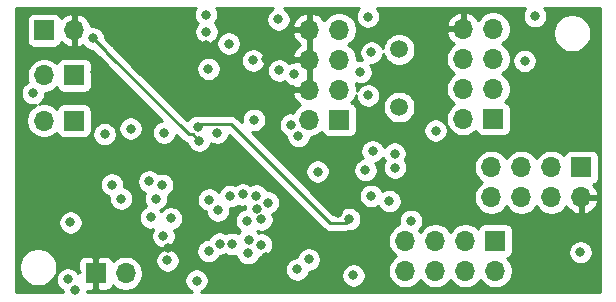
<source format=gbr>
%TF.GenerationSoftware,KiCad,Pcbnew,(5.1.6-0-10_14)*%
%TF.CreationDate,2020-07-31T15:00:41-05:00*%
%TF.ProjectId,final_fingerprint_sensor,66696e61-6c5f-4666-996e-676572707269,rev?*%
%TF.SameCoordinates,Original*%
%TF.FileFunction,Copper,L2,Inr*%
%TF.FilePolarity,Positive*%
%FSLAX46Y46*%
G04 Gerber Fmt 4.6, Leading zero omitted, Abs format (unit mm)*
G04 Created by KiCad (PCBNEW (5.1.6-0-10_14)) date 2020-07-31 15:00:41*
%MOMM*%
%LPD*%
G01*
G04 APERTURE LIST*
%TA.AperFunction,ViaPad*%
%ADD10R,1.700000X1.700000*%
%TD*%
%TA.AperFunction,ViaPad*%
%ADD11O,1.700000X1.700000*%
%TD*%
%TA.AperFunction,ViaPad*%
%ADD12C,1.500000*%
%TD*%
%TA.AperFunction,ViaPad*%
%ADD13C,0.800000*%
%TD*%
%TA.AperFunction,Conductor*%
%ADD14C,0.250000*%
%TD*%
%TA.AperFunction,Conductor*%
%ADD15C,0.254000*%
%TD*%
G04 APERTURE END LIST*
D10*
%TO.N,/FINGER_VCC*%
%TO.C,J1*%
X137248900Y-65991740D03*
D11*
%TO.N,/USART2_RX_FROM_STM*%
X134708900Y-65991740D03*
%TO.N,/USART2_TX_FROM_STM*%
X137248900Y-63451740D03*
%TO.N,GND*%
X134708900Y-63451740D03*
%TO.N,/INT2*%
X137248900Y-60911740D03*
%TO.N,GND*%
X134708900Y-60911740D03*
%TO.N,/INT1*%
X137248900Y-58371740D03*
%TO.N,GND*%
X134708900Y-58371740D03*
%TD*%
%TO.N,+5V*%
%TO.C,J2*%
X112275000Y-62250000D03*
D10*
%TO.N,Net-(J2-Pad1)*%
X114815000Y-62250000D03*
%TD*%
%TO.N,Net-(J3-Pad1)*%
%TO.C,J3*%
X114800000Y-66075000D03*
D11*
%TO.N,+5V*%
X112260000Y-66075000D03*
%TD*%
%TO.N,GND*%
%TO.C,J4*%
X114808000Y-58420000D03*
D10*
%TO.N,+5V*%
X112268000Y-58420000D03*
%TD*%
%TO.N,GND*%
%TO.C,J5*%
X116625000Y-79000000D03*
D11*
%TO.N,/RST*%
X119165000Y-79000000D03*
%TD*%
%TO.N,/DISP_BUSY*%
%TO.C,J6*%
X150135000Y-72565000D03*
%TO.N,/DISP_RESET_N*%
X150135000Y-70025000D03*
%TO.N,/DISP_DATA_CMD_CTRL*%
X152675000Y-72565000D03*
%TO.N,Net-(J6-Pad5)*%
X152675000Y-70025000D03*
%TO.N,Net-(J6-Pad4)*%
X155215000Y-72565000D03*
%TO.N,Net-(J6-Pad3)*%
X155215000Y-70025000D03*
%TO.N,GND*%
X157755000Y-72565000D03*
D10*
%TO.N,/DISP_VCC*%
X157755000Y-70025000D03*
%TD*%
%TO.N,+3V3*%
%TO.C,J7*%
X150290000Y-65930000D03*
D11*
%TO.N,/SWDIO*%
X147750000Y-65930000D03*
%TO.N,/SWCLK*%
X150290000Y-63390000D03*
%TO.N,/SWO*%
X147750000Y-63390000D03*
%TO.N,/NJTRST*%
X150290000Y-60850000D03*
%TO.N,/TDI*%
X147750000Y-60850000D03*
%TO.N,/FINGER_IO*%
X150290000Y-58310000D03*
%TO.N,GND*%
X147750000Y-58310000D03*
%TD*%
%TO.N,/KEYPAD_C4*%
%TO.C,J8*%
X142855000Y-78790000D03*
%TO.N,/KEYPAD_C3*%
X142855000Y-76250000D03*
%TO.N,/KEYPAD_C2*%
X145395000Y-78790000D03*
%TO.N,/KEYPAD_C1*%
X145395000Y-76250000D03*
%TO.N,/KEYPAD_R4*%
X147935000Y-78790000D03*
%TO.N,/KEYPAD_R3*%
X147935000Y-76250000D03*
%TO.N,/KEYPAD_R2*%
X150475000Y-78790000D03*
D10*
%TO.N,/KEYPAD_R1*%
X150475000Y-76250000D03*
%TD*%
D12*
%TO.N,/XTAL1_HI*%
%TO.C,Y2*%
X142325000Y-60050000D03*
%TO.N,/XTAL2_HI*%
X142325000Y-64930000D03*
%TD*%
D13*
%TO.N,/RST*%
X125275000Y-66600000D03*
%TO.N,GND*%
X137125000Y-73925000D03*
%TO.N,/DISP_RESET_N*%
X141975000Y-70050000D03*
%TO.N,+3V3*%
X114275000Y-79525000D03*
%TO.N,/FINGER_VCC*%
X127900000Y-59550000D03*
%TO.N,Net-(J6-Pad3)*%
X133800000Y-67400000D03*
%TO.N,/TDI*%
X126200000Y-77125000D03*
%TO.N,GND*%
X122250000Y-69825000D03*
X131050000Y-77600000D03*
%TO.N,+3V3*%
X125975000Y-57100000D03*
X126175000Y-61700000D03*
%TO.N,GND*%
X131075000Y-60875000D03*
X113150000Y-70225000D03*
X121175000Y-67075000D03*
X116550000Y-61925000D03*
X122725000Y-76875000D03*
X131850000Y-65875000D03*
X145250000Y-61575000D03*
X145725000Y-70250000D03*
X125975000Y-59700000D03*
X114150000Y-76550000D03*
%TO.N,+3V3*%
X122425000Y-67100000D03*
X119600000Y-66750000D03*
X133700000Y-78675000D03*
X130675000Y-74450000D03*
X152950000Y-61025000D03*
%TO.N,Net-(C9-Pad1)*%
X114500000Y-74700000D03*
%TO.N,Net-(C10-Pad1)*%
X111325000Y-63750000D03*
X117400000Y-67225000D03*
%TO.N,/DISP_VCC*%
X139675000Y-57275000D03*
X126012500Y-58562500D03*
%TO.N,/XTAL1*%
X138450000Y-79175000D03*
X143325000Y-74575000D03*
%TO.N,/INT2*%
X131225000Y-73025000D03*
%TO.N,/INT1*%
X134675000Y-77825000D03*
X157675000Y-77225000D03*
X153825000Y-57225000D03*
%TO.N,Net-(J2-Pad1)*%
X121175000Y-71225000D03*
X118800000Y-72675000D03*
%TO.N,Net-(J3-Pad1)*%
X133450000Y-62125000D03*
X118000000Y-71500000D03*
%TO.N,/RST*%
X138100000Y-74425000D03*
%TO.N,/DISP_BUSY*%
X130275000Y-73525000D03*
%TO.N,/DISP_RESET_N*%
X130225000Y-72425000D03*
%TO.N,/DISP_DATA_CMD_CTRL*%
X129100000Y-72325000D03*
X139700000Y-63950000D03*
%TO.N,Net-(J6-Pad5)*%
X122712500Y-77912500D03*
X135425000Y-70400000D03*
X145425000Y-66925000D03*
%TO.N,Net-(J6-Pad4)*%
X141950000Y-68873002D03*
%TO.N,Net-(J6-Pad3)*%
X132175000Y-61825000D03*
X139975000Y-60300000D03*
X139050000Y-61975000D03*
%TO.N,/SWDIO*%
X129450000Y-74575000D03*
%TO.N,/SWCLK*%
X125175000Y-79625000D03*
%TO.N,/SWO*%
X127125000Y-76500000D03*
X140075000Y-68675000D03*
%TO.N,/NJTRST*%
X128200000Y-76525000D03*
%TO.N,/FINGER_IO*%
X126250000Y-72775000D03*
%TO.N,/KEYPAD_C4*%
X141499999Y-72899999D03*
%TO.N,/KEYPAD_C3*%
X126975000Y-73675000D03*
%TO.N,/KEYPAD_C2*%
X123000000Y-74350000D03*
%TO.N,/KEYPAD_C1*%
X121750000Y-72675000D03*
%TO.N,/KEYPAD_R4*%
X122250000Y-71525000D03*
%TO.N,/KEYPAD_R1*%
X129575000Y-76175000D03*
X139950000Y-72450000D03*
%TO.N,Net-(Q1-Pad3)*%
X126925000Y-67100000D03*
%TO.N,/RED_LED*%
X130025000Y-66025000D03*
%TO.N,Net-(Q2-Pad3)*%
X133175000Y-66425000D03*
%TO.N,/I2C1_SCL*%
X129550000Y-77300000D03*
%TO.N,/I2C1_SDA*%
X130650000Y-76575000D03*
%TO.N,/DISP_PWR_ON*%
X122375000Y-75850000D03*
%TO.N,/I2C1_SDA*%
X132100000Y-57500000D03*
%TO.N,/I2C1_SCL*%
X129975000Y-60975000D03*
X139475000Y-70275000D03*
%TO.N,/DISP_PWR_ON*%
X121300000Y-74275000D03*
%TO.N,/FINGER_PWR_ON*%
X128025000Y-72475000D03*
X125400000Y-67775000D03*
X116400000Y-59125000D03*
%TO.N,Net-(R20-Pad1)*%
X114900000Y-80425000D03*
%TD*%
D14*
%TO.N,/RST*%
X137799999Y-74725001D02*
X138100000Y-74425000D01*
X128099999Y-66374999D02*
X136450001Y-74725001D01*
X125475001Y-66374999D02*
X128099999Y-66374999D01*
X136450001Y-74725001D02*
X137799999Y-74725001D01*
X125300000Y-66550000D02*
X125475001Y-66374999D01*
%TO.N,/FINGER_PWR_ON*%
X124500000Y-67250000D02*
X117500000Y-60250000D01*
X117500000Y-60225000D02*
X116400000Y-59125000D01*
X117500000Y-60250000D02*
X117500000Y-60225000D01*
X124875000Y-67250000D02*
X125400000Y-67775000D01*
X124500000Y-67250000D02*
X124875000Y-67250000D01*
%TD*%
D15*
%TO.N,GND*%
G36*
X125057795Y-56609744D02*
G01*
X124979774Y-56798102D01*
X124940000Y-56998061D01*
X124940000Y-57201939D01*
X124979774Y-57401898D01*
X125057795Y-57590256D01*
X125171063Y-57759774D01*
X125261289Y-57850000D01*
X125208563Y-57902726D01*
X125095295Y-58072244D01*
X125017274Y-58260602D01*
X124977500Y-58460561D01*
X124977500Y-58664439D01*
X125017274Y-58864398D01*
X125095295Y-59052756D01*
X125208563Y-59222274D01*
X125352726Y-59366437D01*
X125522244Y-59479705D01*
X125710602Y-59557726D01*
X125910561Y-59597500D01*
X126114439Y-59597500D01*
X126314398Y-59557726D01*
X126502756Y-59479705D01*
X126550114Y-59448061D01*
X126865000Y-59448061D01*
X126865000Y-59651939D01*
X126904774Y-59851898D01*
X126982795Y-60040256D01*
X127096063Y-60209774D01*
X127240226Y-60353937D01*
X127409744Y-60467205D01*
X127598102Y-60545226D01*
X127798061Y-60585000D01*
X128001939Y-60585000D01*
X128201898Y-60545226D01*
X128390256Y-60467205D01*
X128559774Y-60353937D01*
X128703937Y-60209774D01*
X128817205Y-60040256D01*
X128895226Y-59851898D01*
X128935000Y-59651939D01*
X128935000Y-59448061D01*
X128895226Y-59248102D01*
X128817205Y-59059744D01*
X128703937Y-58890226D01*
X128559774Y-58746063D01*
X128533684Y-58728630D01*
X133267424Y-58728630D01*
X133312075Y-58875839D01*
X133437259Y-59138660D01*
X133611312Y-59372009D01*
X133827545Y-59566918D01*
X133953155Y-59641740D01*
X133827545Y-59716562D01*
X133611312Y-59911471D01*
X133437259Y-60144820D01*
X133312075Y-60407641D01*
X133267424Y-60554850D01*
X133388745Y-60784740D01*
X134581900Y-60784740D01*
X134581900Y-58498740D01*
X133388745Y-58498740D01*
X133267424Y-58728630D01*
X128533684Y-58728630D01*
X128390256Y-58632795D01*
X128201898Y-58554774D01*
X128001939Y-58515000D01*
X127798061Y-58515000D01*
X127598102Y-58554774D01*
X127409744Y-58632795D01*
X127240226Y-58746063D01*
X127096063Y-58890226D01*
X126982795Y-59059744D01*
X126904774Y-59248102D01*
X126865000Y-59448061D01*
X126550114Y-59448061D01*
X126672274Y-59366437D01*
X126816437Y-59222274D01*
X126929705Y-59052756D01*
X127007726Y-58864398D01*
X127047500Y-58664439D01*
X127047500Y-58460561D01*
X127007726Y-58260602D01*
X126929705Y-58072244D01*
X126816437Y-57902726D01*
X126726211Y-57812500D01*
X126778937Y-57759774D01*
X126892205Y-57590256D01*
X126970226Y-57401898D01*
X127010000Y-57201939D01*
X127010000Y-56998061D01*
X126970226Y-56798102D01*
X126892205Y-56609744D01*
X126862308Y-56565000D01*
X131652705Y-56565000D01*
X131609744Y-56582795D01*
X131440226Y-56696063D01*
X131296063Y-56840226D01*
X131182795Y-57009744D01*
X131104774Y-57198102D01*
X131065000Y-57398061D01*
X131065000Y-57601939D01*
X131104774Y-57801898D01*
X131182795Y-57990256D01*
X131296063Y-58159774D01*
X131440226Y-58303937D01*
X131609744Y-58417205D01*
X131798102Y-58495226D01*
X131998061Y-58535000D01*
X132201939Y-58535000D01*
X132401898Y-58495226D01*
X132590256Y-58417205D01*
X132759774Y-58303937D01*
X132903937Y-58159774D01*
X133000771Y-58014850D01*
X133267424Y-58014850D01*
X133388745Y-58244740D01*
X134581900Y-58244740D01*
X134581900Y-57050926D01*
X134352009Y-56930259D01*
X134077648Y-57027583D01*
X133827545Y-57176562D01*
X133611312Y-57371471D01*
X133437259Y-57604820D01*
X133312075Y-57867641D01*
X133267424Y-58014850D01*
X133000771Y-58014850D01*
X133017205Y-57990256D01*
X133095226Y-57801898D01*
X133135000Y-57601939D01*
X133135000Y-57398061D01*
X133095226Y-57198102D01*
X133017205Y-57009744D01*
X132903937Y-56840226D01*
X132759774Y-56696063D01*
X132590256Y-56582795D01*
X132547295Y-56565000D01*
X138921289Y-56565000D01*
X138871063Y-56615226D01*
X138757795Y-56784744D01*
X138679774Y-56973102D01*
X138640000Y-57173061D01*
X138640000Y-57376939D01*
X138679774Y-57576898D01*
X138757795Y-57765256D01*
X138871063Y-57934774D01*
X139015226Y-58078937D01*
X139184744Y-58192205D01*
X139373102Y-58270226D01*
X139573061Y-58310000D01*
X139776939Y-58310000D01*
X139976898Y-58270226D01*
X140165256Y-58192205D01*
X140334774Y-58078937D01*
X140460601Y-57953110D01*
X146308524Y-57953110D01*
X146429845Y-58183000D01*
X147623000Y-58183000D01*
X147623000Y-56989186D01*
X147393109Y-56868519D01*
X147118748Y-56965843D01*
X146868645Y-57114822D01*
X146652412Y-57309731D01*
X146478359Y-57543080D01*
X146353175Y-57805901D01*
X146308524Y-57953110D01*
X140460601Y-57953110D01*
X140478937Y-57934774D01*
X140592205Y-57765256D01*
X140670226Y-57576898D01*
X140710000Y-57376939D01*
X140710000Y-57173061D01*
X140670226Y-56973102D01*
X140592205Y-56784744D01*
X140478937Y-56615226D01*
X140428711Y-56565000D01*
X153021289Y-56565000D01*
X153021063Y-56565226D01*
X152907795Y-56734744D01*
X152829774Y-56923102D01*
X152790000Y-57123061D01*
X152790000Y-57326939D01*
X152829774Y-57526898D01*
X152907795Y-57715256D01*
X153021063Y-57884774D01*
X153165226Y-58028937D01*
X153334744Y-58142205D01*
X153523102Y-58220226D01*
X153723061Y-58260000D01*
X153926939Y-58260000D01*
X154126898Y-58220226D01*
X154315256Y-58142205D01*
X154484774Y-58028937D01*
X154628937Y-57884774D01*
X154742205Y-57715256D01*
X154820226Y-57526898D01*
X154860000Y-57326939D01*
X154860000Y-57123061D01*
X154820226Y-56923102D01*
X154742205Y-56734744D01*
X154628937Y-56565226D01*
X154628711Y-56565000D01*
X159335000Y-56565000D01*
X159335001Y-80595000D01*
X125537799Y-80595000D01*
X125665256Y-80542205D01*
X125834774Y-80428937D01*
X125978937Y-80284774D01*
X126092205Y-80115256D01*
X126170226Y-79926898D01*
X126210000Y-79726939D01*
X126210000Y-79523061D01*
X126170226Y-79323102D01*
X126092205Y-79134744D01*
X125978937Y-78965226D01*
X125834774Y-78821063D01*
X125665256Y-78707795D01*
X125476898Y-78629774D01*
X125276939Y-78590000D01*
X125073061Y-78590000D01*
X124873102Y-78629774D01*
X124684744Y-78707795D01*
X124515226Y-78821063D01*
X124371063Y-78965226D01*
X124257795Y-79134744D01*
X124179774Y-79323102D01*
X124140000Y-79523061D01*
X124140000Y-79726939D01*
X124179774Y-79926898D01*
X124257795Y-80115256D01*
X124371063Y-80284774D01*
X124515226Y-80428937D01*
X124684744Y-80542205D01*
X124812201Y-80595000D01*
X115921462Y-80595000D01*
X115935000Y-80526939D01*
X115935000Y-80487201D01*
X116339250Y-80485000D01*
X116498000Y-80326250D01*
X116498000Y-79127000D01*
X116478000Y-79127000D01*
X116478000Y-78873000D01*
X116498000Y-78873000D01*
X116498000Y-77673750D01*
X116752000Y-77673750D01*
X116752000Y-78873000D01*
X116772000Y-78873000D01*
X116772000Y-79127000D01*
X116752000Y-79127000D01*
X116752000Y-80326250D01*
X116910750Y-80485000D01*
X117475000Y-80488072D01*
X117599482Y-80475812D01*
X117719180Y-80439502D01*
X117829494Y-80380537D01*
X117926185Y-80301185D01*
X118005537Y-80204494D01*
X118064502Y-80094180D01*
X118086513Y-80021620D01*
X118218368Y-80153475D01*
X118461589Y-80315990D01*
X118731842Y-80427932D01*
X119018740Y-80485000D01*
X119311260Y-80485000D01*
X119598158Y-80427932D01*
X119868411Y-80315990D01*
X120111632Y-80153475D01*
X120318475Y-79946632D01*
X120480990Y-79703411D01*
X120592932Y-79433158D01*
X120650000Y-79146260D01*
X120650000Y-78853740D01*
X120592932Y-78566842D01*
X120480990Y-78296589D01*
X120318475Y-78053368D01*
X120111632Y-77846525D01*
X120057809Y-77810561D01*
X121677500Y-77810561D01*
X121677500Y-78014439D01*
X121717274Y-78214398D01*
X121795295Y-78402756D01*
X121908563Y-78572274D01*
X122052726Y-78716437D01*
X122222244Y-78829705D01*
X122410602Y-78907726D01*
X122610561Y-78947500D01*
X122814439Y-78947500D01*
X123014398Y-78907726D01*
X123202756Y-78829705D01*
X123372274Y-78716437D01*
X123515650Y-78573061D01*
X132665000Y-78573061D01*
X132665000Y-78776939D01*
X132704774Y-78976898D01*
X132782795Y-79165256D01*
X132896063Y-79334774D01*
X133040226Y-79478937D01*
X133209744Y-79592205D01*
X133398102Y-79670226D01*
X133598061Y-79710000D01*
X133801939Y-79710000D01*
X134001898Y-79670226D01*
X134190256Y-79592205D01*
X134359774Y-79478937D01*
X134503937Y-79334774D01*
X134617205Y-79165256D01*
X134655393Y-79073061D01*
X137415000Y-79073061D01*
X137415000Y-79276939D01*
X137454774Y-79476898D01*
X137532795Y-79665256D01*
X137646063Y-79834774D01*
X137790226Y-79978937D01*
X137959744Y-80092205D01*
X138148102Y-80170226D01*
X138348061Y-80210000D01*
X138551939Y-80210000D01*
X138751898Y-80170226D01*
X138940256Y-80092205D01*
X139109774Y-79978937D01*
X139253937Y-79834774D01*
X139367205Y-79665256D01*
X139445226Y-79476898D01*
X139485000Y-79276939D01*
X139485000Y-79073061D01*
X139445226Y-78873102D01*
X139367205Y-78684744D01*
X139253937Y-78515226D01*
X139109774Y-78371063D01*
X138940256Y-78257795D01*
X138751898Y-78179774D01*
X138551939Y-78140000D01*
X138348061Y-78140000D01*
X138148102Y-78179774D01*
X137959744Y-78257795D01*
X137790226Y-78371063D01*
X137646063Y-78515226D01*
X137532795Y-78684744D01*
X137454774Y-78873102D01*
X137415000Y-79073061D01*
X134655393Y-79073061D01*
X134695226Y-78976898D01*
X134718478Y-78860000D01*
X134776939Y-78860000D01*
X134976898Y-78820226D01*
X135165256Y-78742205D01*
X135334774Y-78628937D01*
X135478937Y-78484774D01*
X135592205Y-78315256D01*
X135670226Y-78126898D01*
X135710000Y-77926939D01*
X135710000Y-77723061D01*
X135670226Y-77523102D01*
X135592205Y-77334744D01*
X135478937Y-77165226D01*
X135334774Y-77021063D01*
X135165256Y-76907795D01*
X134976898Y-76829774D01*
X134776939Y-76790000D01*
X134573061Y-76790000D01*
X134373102Y-76829774D01*
X134184744Y-76907795D01*
X134015226Y-77021063D01*
X133871063Y-77165226D01*
X133757795Y-77334744D01*
X133679774Y-77523102D01*
X133656522Y-77640000D01*
X133598061Y-77640000D01*
X133398102Y-77679774D01*
X133209744Y-77757795D01*
X133040226Y-77871063D01*
X132896063Y-78015226D01*
X132782795Y-78184744D01*
X132704774Y-78373102D01*
X132665000Y-78573061D01*
X123515650Y-78573061D01*
X123516437Y-78572274D01*
X123629705Y-78402756D01*
X123707726Y-78214398D01*
X123747500Y-78014439D01*
X123747500Y-77810561D01*
X123707726Y-77610602D01*
X123629705Y-77422244D01*
X123516437Y-77252726D01*
X123372274Y-77108563D01*
X123244311Y-77023061D01*
X125165000Y-77023061D01*
X125165000Y-77226939D01*
X125204774Y-77426898D01*
X125282795Y-77615256D01*
X125396063Y-77784774D01*
X125540226Y-77928937D01*
X125709744Y-78042205D01*
X125898102Y-78120226D01*
X126098061Y-78160000D01*
X126301939Y-78160000D01*
X126501898Y-78120226D01*
X126690256Y-78042205D01*
X126859774Y-77928937D01*
X127003937Y-77784774D01*
X127117205Y-77615256D01*
X127150448Y-77535000D01*
X127226939Y-77535000D01*
X127426898Y-77495226D01*
X127615256Y-77417205D01*
X127643792Y-77398138D01*
X127709744Y-77442205D01*
X127898102Y-77520226D01*
X128098061Y-77560000D01*
X128301939Y-77560000D01*
X128501898Y-77520226D01*
X128535740Y-77506208D01*
X128554774Y-77601898D01*
X128632795Y-77790256D01*
X128746063Y-77959774D01*
X128890226Y-78103937D01*
X129059744Y-78217205D01*
X129248102Y-78295226D01*
X129448061Y-78335000D01*
X129651939Y-78335000D01*
X129851898Y-78295226D01*
X130040256Y-78217205D01*
X130209774Y-78103937D01*
X130353937Y-77959774D01*
X130467205Y-77790256D01*
X130542341Y-77608862D01*
X130548061Y-77610000D01*
X130751939Y-77610000D01*
X130951898Y-77570226D01*
X131140256Y-77492205D01*
X131309774Y-77378937D01*
X131453937Y-77234774D01*
X131567205Y-77065256D01*
X131645226Y-76876898D01*
X131685000Y-76676939D01*
X131685000Y-76473061D01*
X131645226Y-76273102D01*
X131575074Y-76103740D01*
X141370000Y-76103740D01*
X141370000Y-76396260D01*
X141427068Y-76683158D01*
X141539010Y-76953411D01*
X141701525Y-77196632D01*
X141908368Y-77403475D01*
X142082760Y-77520000D01*
X141908368Y-77636525D01*
X141701525Y-77843368D01*
X141539010Y-78086589D01*
X141427068Y-78356842D01*
X141370000Y-78643740D01*
X141370000Y-78936260D01*
X141427068Y-79223158D01*
X141539010Y-79493411D01*
X141701525Y-79736632D01*
X141908368Y-79943475D01*
X142151589Y-80105990D01*
X142421842Y-80217932D01*
X142708740Y-80275000D01*
X143001260Y-80275000D01*
X143288158Y-80217932D01*
X143558411Y-80105990D01*
X143801632Y-79943475D01*
X144008475Y-79736632D01*
X144125000Y-79562240D01*
X144241525Y-79736632D01*
X144448368Y-79943475D01*
X144691589Y-80105990D01*
X144961842Y-80217932D01*
X145248740Y-80275000D01*
X145541260Y-80275000D01*
X145828158Y-80217932D01*
X146098411Y-80105990D01*
X146341632Y-79943475D01*
X146548475Y-79736632D01*
X146665000Y-79562240D01*
X146781525Y-79736632D01*
X146988368Y-79943475D01*
X147231589Y-80105990D01*
X147501842Y-80217932D01*
X147788740Y-80275000D01*
X148081260Y-80275000D01*
X148368158Y-80217932D01*
X148638411Y-80105990D01*
X148881632Y-79943475D01*
X149088475Y-79736632D01*
X149205000Y-79562240D01*
X149321525Y-79736632D01*
X149528368Y-79943475D01*
X149771589Y-80105990D01*
X150041842Y-80217932D01*
X150328740Y-80275000D01*
X150621260Y-80275000D01*
X150908158Y-80217932D01*
X151178411Y-80105990D01*
X151421632Y-79943475D01*
X151628475Y-79736632D01*
X151790990Y-79493411D01*
X151902932Y-79223158D01*
X151960000Y-78936260D01*
X151960000Y-78643740D01*
X151902932Y-78356842D01*
X151790990Y-78086589D01*
X151628475Y-77843368D01*
X151496620Y-77711513D01*
X151569180Y-77689502D01*
X151679494Y-77630537D01*
X151776185Y-77551185D01*
X151855537Y-77454494D01*
X151914502Y-77344180D01*
X151950812Y-77224482D01*
X151960800Y-77123061D01*
X156640000Y-77123061D01*
X156640000Y-77326939D01*
X156679774Y-77526898D01*
X156757795Y-77715256D01*
X156871063Y-77884774D01*
X157015226Y-78028937D01*
X157184744Y-78142205D01*
X157373102Y-78220226D01*
X157573061Y-78260000D01*
X157776939Y-78260000D01*
X157976898Y-78220226D01*
X158165256Y-78142205D01*
X158334774Y-78028937D01*
X158478937Y-77884774D01*
X158592205Y-77715256D01*
X158670226Y-77526898D01*
X158710000Y-77326939D01*
X158710000Y-77123061D01*
X158670226Y-76923102D01*
X158592205Y-76734744D01*
X158478937Y-76565226D01*
X158334774Y-76421063D01*
X158165256Y-76307795D01*
X157976898Y-76229774D01*
X157776939Y-76190000D01*
X157573061Y-76190000D01*
X157373102Y-76229774D01*
X157184744Y-76307795D01*
X157015226Y-76421063D01*
X156871063Y-76565226D01*
X156757795Y-76734744D01*
X156679774Y-76923102D01*
X156640000Y-77123061D01*
X151960800Y-77123061D01*
X151963072Y-77100000D01*
X151963072Y-75400000D01*
X151950812Y-75275518D01*
X151914502Y-75155820D01*
X151855537Y-75045506D01*
X151776185Y-74948815D01*
X151679494Y-74869463D01*
X151569180Y-74810498D01*
X151449482Y-74774188D01*
X151325000Y-74761928D01*
X149625000Y-74761928D01*
X149500518Y-74774188D01*
X149380820Y-74810498D01*
X149270506Y-74869463D01*
X149173815Y-74948815D01*
X149094463Y-75045506D01*
X149035498Y-75155820D01*
X149013487Y-75228380D01*
X148881632Y-75096525D01*
X148638411Y-74934010D01*
X148368158Y-74822068D01*
X148081260Y-74765000D01*
X147788740Y-74765000D01*
X147501842Y-74822068D01*
X147231589Y-74934010D01*
X146988368Y-75096525D01*
X146781525Y-75303368D01*
X146665000Y-75477760D01*
X146548475Y-75303368D01*
X146341632Y-75096525D01*
X146098411Y-74934010D01*
X145828158Y-74822068D01*
X145541260Y-74765000D01*
X145248740Y-74765000D01*
X144961842Y-74822068D01*
X144691589Y-74934010D01*
X144448368Y-75096525D01*
X144241525Y-75303368D01*
X144125000Y-75477760D01*
X144029250Y-75334461D01*
X144128937Y-75234774D01*
X144242205Y-75065256D01*
X144320226Y-74876898D01*
X144360000Y-74676939D01*
X144360000Y-74473061D01*
X144320226Y-74273102D01*
X144242205Y-74084744D01*
X144128937Y-73915226D01*
X143984774Y-73771063D01*
X143815256Y-73657795D01*
X143626898Y-73579774D01*
X143426939Y-73540000D01*
X143223061Y-73540000D01*
X143023102Y-73579774D01*
X142834744Y-73657795D01*
X142665226Y-73771063D01*
X142521063Y-73915226D01*
X142407795Y-74084744D01*
X142329774Y-74273102D01*
X142290000Y-74473061D01*
X142290000Y-74676939D01*
X142326706Y-74861474D01*
X142151589Y-74934010D01*
X141908368Y-75096525D01*
X141701525Y-75303368D01*
X141539010Y-75546589D01*
X141427068Y-75816842D01*
X141370000Y-76103740D01*
X131575074Y-76103740D01*
X131567205Y-76084744D01*
X131453937Y-75915226D01*
X131309774Y-75771063D01*
X131140256Y-75657795D01*
X130951898Y-75579774D01*
X130751939Y-75540000D01*
X130548061Y-75540000D01*
X130413389Y-75566788D01*
X130378937Y-75515226D01*
X130263565Y-75399854D01*
X130373102Y-75445226D01*
X130573061Y-75485000D01*
X130776939Y-75485000D01*
X130976898Y-75445226D01*
X131165256Y-75367205D01*
X131334774Y-75253937D01*
X131478937Y-75109774D01*
X131592205Y-74940256D01*
X131670226Y-74751898D01*
X131710000Y-74551939D01*
X131710000Y-74348061D01*
X131670226Y-74148102D01*
X131604025Y-73988279D01*
X131715256Y-73942205D01*
X131884774Y-73828937D01*
X132028937Y-73684774D01*
X132142205Y-73515256D01*
X132220226Y-73326898D01*
X132260000Y-73126939D01*
X132260000Y-72923061D01*
X132220226Y-72723102D01*
X132142205Y-72534744D01*
X132028937Y-72365226D01*
X131884774Y-72221063D01*
X131715256Y-72107795D01*
X131526898Y-72029774D01*
X131326939Y-71990000D01*
X131165093Y-71990000D01*
X131142205Y-71934744D01*
X131028937Y-71765226D01*
X130884774Y-71621063D01*
X130715256Y-71507795D01*
X130526898Y-71429774D01*
X130326939Y-71390000D01*
X130123061Y-71390000D01*
X129923102Y-71429774D01*
X129737937Y-71506472D01*
X129590256Y-71407795D01*
X129401898Y-71329774D01*
X129201939Y-71290000D01*
X128998061Y-71290000D01*
X128798102Y-71329774D01*
X128609744Y-71407795D01*
X128440226Y-71521063D01*
X128436228Y-71525061D01*
X128326898Y-71479774D01*
X128126939Y-71440000D01*
X127923061Y-71440000D01*
X127723102Y-71479774D01*
X127534744Y-71557795D01*
X127365226Y-71671063D01*
X127221063Y-71815226D01*
X127107795Y-71984744D01*
X127053803Y-72115092D01*
X126909774Y-71971063D01*
X126740256Y-71857795D01*
X126551898Y-71779774D01*
X126351939Y-71740000D01*
X126148061Y-71740000D01*
X125948102Y-71779774D01*
X125759744Y-71857795D01*
X125590226Y-71971063D01*
X125446063Y-72115226D01*
X125332795Y-72284744D01*
X125254774Y-72473102D01*
X125215000Y-72673061D01*
X125215000Y-72876939D01*
X125254774Y-73076898D01*
X125332795Y-73265256D01*
X125446063Y-73434774D01*
X125590226Y-73578937D01*
X125759744Y-73692205D01*
X125940000Y-73766870D01*
X125940000Y-73776939D01*
X125979774Y-73976898D01*
X126057795Y-74165256D01*
X126171063Y-74334774D01*
X126315226Y-74478937D01*
X126484744Y-74592205D01*
X126673102Y-74670226D01*
X126873061Y-74710000D01*
X127076939Y-74710000D01*
X127276898Y-74670226D01*
X127465256Y-74592205D01*
X127634774Y-74478937D01*
X127778937Y-74334774D01*
X127892205Y-74165256D01*
X127970226Y-73976898D01*
X128010000Y-73776939D01*
X128010000Y-73573061D01*
X127997456Y-73510000D01*
X128126939Y-73510000D01*
X128326898Y-73470226D01*
X128515256Y-73392205D01*
X128684774Y-73278937D01*
X128688772Y-73274939D01*
X128798102Y-73320226D01*
X128998061Y-73360000D01*
X129201939Y-73360000D01*
X129254628Y-73349520D01*
X129240000Y-73423061D01*
X129240000Y-73561494D01*
X129148102Y-73579774D01*
X128959744Y-73657795D01*
X128790226Y-73771063D01*
X128646063Y-73915226D01*
X128532795Y-74084744D01*
X128454774Y-74273102D01*
X128415000Y-74473061D01*
X128415000Y-74676939D01*
X128454774Y-74876898D01*
X128532795Y-75065256D01*
X128646063Y-75234774D01*
X128790226Y-75378937D01*
X128860438Y-75425851D01*
X128771063Y-75515226D01*
X128703360Y-75616551D01*
X128690256Y-75607795D01*
X128501898Y-75529774D01*
X128301939Y-75490000D01*
X128098061Y-75490000D01*
X127898102Y-75529774D01*
X127709744Y-75607795D01*
X127681208Y-75626862D01*
X127615256Y-75582795D01*
X127426898Y-75504774D01*
X127226939Y-75465000D01*
X127023061Y-75465000D01*
X126823102Y-75504774D01*
X126634744Y-75582795D01*
X126465226Y-75696063D01*
X126321063Y-75840226D01*
X126207795Y-76009744D01*
X126174552Y-76090000D01*
X126098061Y-76090000D01*
X125898102Y-76129774D01*
X125709744Y-76207795D01*
X125540226Y-76321063D01*
X125396063Y-76465226D01*
X125282795Y-76634744D01*
X125204774Y-76823102D01*
X125165000Y-77023061D01*
X123244311Y-77023061D01*
X123202756Y-76995295D01*
X123014398Y-76917274D01*
X122814439Y-76877500D01*
X122610561Y-76877500D01*
X122410602Y-76917274D01*
X122222244Y-76995295D01*
X122052726Y-77108563D01*
X121908563Y-77252726D01*
X121795295Y-77422244D01*
X121717274Y-77610602D01*
X121677500Y-77810561D01*
X120057809Y-77810561D01*
X119868411Y-77684010D01*
X119598158Y-77572068D01*
X119311260Y-77515000D01*
X119018740Y-77515000D01*
X118731842Y-77572068D01*
X118461589Y-77684010D01*
X118218368Y-77846525D01*
X118086513Y-77978380D01*
X118064502Y-77905820D01*
X118005537Y-77795506D01*
X117926185Y-77698815D01*
X117829494Y-77619463D01*
X117719180Y-77560498D01*
X117599482Y-77524188D01*
X117475000Y-77511928D01*
X116910750Y-77515000D01*
X116752000Y-77673750D01*
X116498000Y-77673750D01*
X116339250Y-77515000D01*
X115775000Y-77511928D01*
X115650518Y-77524188D01*
X115530820Y-77560498D01*
X115420506Y-77619463D01*
X115323815Y-77698815D01*
X115244463Y-77795506D01*
X115185498Y-77905820D01*
X115149188Y-78025518D01*
X115136928Y-78150000D01*
X115140000Y-78714250D01*
X115298748Y-78872998D01*
X115140000Y-78872998D01*
X115140000Y-78956613D01*
X115078937Y-78865226D01*
X114934774Y-78721063D01*
X114765256Y-78607795D01*
X114576898Y-78529774D01*
X114376939Y-78490000D01*
X114173061Y-78490000D01*
X113973102Y-78529774D01*
X113784744Y-78607795D01*
X113615226Y-78721063D01*
X113471063Y-78865226D01*
X113357795Y-79034744D01*
X113279774Y-79223102D01*
X113240000Y-79423061D01*
X113240000Y-79626939D01*
X113279774Y-79826898D01*
X113357795Y-80015256D01*
X113471063Y-80184774D01*
X113615226Y-80328937D01*
X113784744Y-80442205D01*
X113865000Y-80475448D01*
X113865000Y-80526939D01*
X113878538Y-80595000D01*
X109905000Y-80595000D01*
X109905000Y-78324967D01*
X110125000Y-78324967D01*
X110125000Y-78647033D01*
X110187832Y-78962912D01*
X110311082Y-79260463D01*
X110490013Y-79528252D01*
X110717748Y-79755987D01*
X110985537Y-79934918D01*
X111283088Y-80058168D01*
X111598967Y-80121000D01*
X111921033Y-80121000D01*
X112236912Y-80058168D01*
X112534463Y-79934918D01*
X112802252Y-79755987D01*
X113029987Y-79528252D01*
X113208918Y-79260463D01*
X113332168Y-78962912D01*
X113395000Y-78647033D01*
X113395000Y-78324967D01*
X113332168Y-78009088D01*
X113208918Y-77711537D01*
X113029987Y-77443748D01*
X112802252Y-77216013D01*
X112534463Y-77037082D01*
X112236912Y-76913832D01*
X111921033Y-76851000D01*
X111598967Y-76851000D01*
X111283088Y-76913832D01*
X110985537Y-77037082D01*
X110717748Y-77216013D01*
X110490013Y-77443748D01*
X110311082Y-77711537D01*
X110187832Y-78009088D01*
X110125000Y-78324967D01*
X109905000Y-78324967D01*
X109905000Y-74598061D01*
X113465000Y-74598061D01*
X113465000Y-74801939D01*
X113504774Y-75001898D01*
X113582795Y-75190256D01*
X113696063Y-75359774D01*
X113840226Y-75503937D01*
X114009744Y-75617205D01*
X114198102Y-75695226D01*
X114398061Y-75735000D01*
X114601939Y-75735000D01*
X114801898Y-75695226D01*
X114990256Y-75617205D01*
X115159774Y-75503937D01*
X115303937Y-75359774D01*
X115417205Y-75190256D01*
X115495226Y-75001898D01*
X115535000Y-74801939D01*
X115535000Y-74598061D01*
X115495226Y-74398102D01*
X115417205Y-74209744D01*
X115303937Y-74040226D01*
X115159774Y-73896063D01*
X114990256Y-73782795D01*
X114801898Y-73704774D01*
X114601939Y-73665000D01*
X114398061Y-73665000D01*
X114198102Y-73704774D01*
X114009744Y-73782795D01*
X113840226Y-73896063D01*
X113696063Y-74040226D01*
X113582795Y-74209744D01*
X113504774Y-74398102D01*
X113465000Y-74598061D01*
X109905000Y-74598061D01*
X109905000Y-71398061D01*
X116965000Y-71398061D01*
X116965000Y-71601939D01*
X117004774Y-71801898D01*
X117082795Y-71990256D01*
X117196063Y-72159774D01*
X117340226Y-72303937D01*
X117509744Y-72417205D01*
X117698102Y-72495226D01*
X117777347Y-72510989D01*
X117765000Y-72573061D01*
X117765000Y-72776939D01*
X117804774Y-72976898D01*
X117882795Y-73165256D01*
X117996063Y-73334774D01*
X118140226Y-73478937D01*
X118309744Y-73592205D01*
X118498102Y-73670226D01*
X118698061Y-73710000D01*
X118901939Y-73710000D01*
X119101898Y-73670226D01*
X119290256Y-73592205D01*
X119459774Y-73478937D01*
X119603937Y-73334774D01*
X119717205Y-73165256D01*
X119795226Y-72976898D01*
X119835000Y-72776939D01*
X119835000Y-72573061D01*
X119795226Y-72373102D01*
X119717205Y-72184744D01*
X119603937Y-72015226D01*
X119459774Y-71871063D01*
X119290256Y-71757795D01*
X119101898Y-71679774D01*
X119022653Y-71664011D01*
X119035000Y-71601939D01*
X119035000Y-71398061D01*
X118995226Y-71198102D01*
X118964143Y-71123061D01*
X120140000Y-71123061D01*
X120140000Y-71326939D01*
X120179774Y-71526898D01*
X120257795Y-71715256D01*
X120371063Y-71884774D01*
X120515226Y-72028937D01*
X120684744Y-72142205D01*
X120826153Y-72200779D01*
X120754774Y-72373102D01*
X120715000Y-72573061D01*
X120715000Y-72776939D01*
X120754774Y-72976898D01*
X120832795Y-73165256D01*
X120928560Y-73308579D01*
X120809744Y-73357795D01*
X120640226Y-73471063D01*
X120496063Y-73615226D01*
X120382795Y-73784744D01*
X120304774Y-73973102D01*
X120265000Y-74173061D01*
X120265000Y-74376939D01*
X120304774Y-74576898D01*
X120382795Y-74765256D01*
X120496063Y-74934774D01*
X120640226Y-75078937D01*
X120809744Y-75192205D01*
X120998102Y-75270226D01*
X121198061Y-75310000D01*
X121401939Y-75310000D01*
X121504689Y-75289562D01*
X121457795Y-75359744D01*
X121379774Y-75548102D01*
X121340000Y-75748061D01*
X121340000Y-75951939D01*
X121379774Y-76151898D01*
X121457795Y-76340256D01*
X121571063Y-76509774D01*
X121715226Y-76653937D01*
X121884744Y-76767205D01*
X122073102Y-76845226D01*
X122273061Y-76885000D01*
X122476939Y-76885000D01*
X122676898Y-76845226D01*
X122865256Y-76767205D01*
X123034774Y-76653937D01*
X123178937Y-76509774D01*
X123292205Y-76340256D01*
X123370226Y-76151898D01*
X123410000Y-75951939D01*
X123410000Y-75748061D01*
X123370226Y-75548102D01*
X123292205Y-75359744D01*
X123284780Y-75348631D01*
X123301898Y-75345226D01*
X123490256Y-75267205D01*
X123659774Y-75153937D01*
X123803937Y-75009774D01*
X123917205Y-74840256D01*
X123995226Y-74651898D01*
X124035000Y-74451939D01*
X124035000Y-74248061D01*
X123995226Y-74048102D01*
X123917205Y-73859744D01*
X123803937Y-73690226D01*
X123659774Y-73546063D01*
X123490256Y-73432795D01*
X123301898Y-73354774D01*
X123101939Y-73315000D01*
X122898061Y-73315000D01*
X122698102Y-73354774D01*
X122509744Y-73432795D01*
X122340226Y-73546063D01*
X122196063Y-73690226D01*
X122175057Y-73721664D01*
X122121440Y-73641421D01*
X122240256Y-73592205D01*
X122409774Y-73478937D01*
X122553937Y-73334774D01*
X122667205Y-73165256D01*
X122745226Y-72976898D01*
X122785000Y-72776939D01*
X122785000Y-72573061D01*
X122756776Y-72431167D01*
X122909774Y-72328937D01*
X123053937Y-72184774D01*
X123167205Y-72015256D01*
X123245226Y-71826898D01*
X123285000Y-71626939D01*
X123285000Y-71423061D01*
X123245226Y-71223102D01*
X123167205Y-71034744D01*
X123053937Y-70865226D01*
X122909774Y-70721063D01*
X122740256Y-70607795D01*
X122551898Y-70529774D01*
X122351939Y-70490000D01*
X122148061Y-70490000D01*
X121948102Y-70529774D01*
X121944837Y-70531126D01*
X121834774Y-70421063D01*
X121665256Y-70307795D01*
X121476898Y-70229774D01*
X121276939Y-70190000D01*
X121073061Y-70190000D01*
X120873102Y-70229774D01*
X120684744Y-70307795D01*
X120515226Y-70421063D01*
X120371063Y-70565226D01*
X120257795Y-70734744D01*
X120179774Y-70923102D01*
X120140000Y-71123061D01*
X118964143Y-71123061D01*
X118917205Y-71009744D01*
X118803937Y-70840226D01*
X118659774Y-70696063D01*
X118490256Y-70582795D01*
X118301898Y-70504774D01*
X118101939Y-70465000D01*
X117898061Y-70465000D01*
X117698102Y-70504774D01*
X117509744Y-70582795D01*
X117340226Y-70696063D01*
X117196063Y-70840226D01*
X117082795Y-71009744D01*
X117004774Y-71198102D01*
X116965000Y-71398061D01*
X109905000Y-71398061D01*
X109905000Y-63648061D01*
X110290000Y-63648061D01*
X110290000Y-63851939D01*
X110329774Y-64051898D01*
X110407795Y-64240256D01*
X110521063Y-64409774D01*
X110665226Y-64553937D01*
X110834744Y-64667205D01*
X111023102Y-64745226D01*
X111223061Y-64785000D01*
X111426939Y-64785000D01*
X111556160Y-64759297D01*
X111313368Y-64921525D01*
X111106525Y-65128368D01*
X110944010Y-65371589D01*
X110832068Y-65641842D01*
X110775000Y-65928740D01*
X110775000Y-66221260D01*
X110832068Y-66508158D01*
X110944010Y-66778411D01*
X111106525Y-67021632D01*
X111313368Y-67228475D01*
X111556589Y-67390990D01*
X111826842Y-67502932D01*
X112113740Y-67560000D01*
X112406260Y-67560000D01*
X112693158Y-67502932D01*
X112963411Y-67390990D01*
X113206632Y-67228475D01*
X113338487Y-67096620D01*
X113360498Y-67169180D01*
X113419463Y-67279494D01*
X113498815Y-67376185D01*
X113595506Y-67455537D01*
X113705820Y-67514502D01*
X113825518Y-67550812D01*
X113950000Y-67563072D01*
X115650000Y-67563072D01*
X115774482Y-67550812D01*
X115894180Y-67514502D01*
X116004494Y-67455537D01*
X116101185Y-67376185D01*
X116180537Y-67279494D01*
X116239502Y-67169180D01*
X116253492Y-67123061D01*
X116365000Y-67123061D01*
X116365000Y-67326939D01*
X116404774Y-67526898D01*
X116482795Y-67715256D01*
X116596063Y-67884774D01*
X116740226Y-68028937D01*
X116909744Y-68142205D01*
X117098102Y-68220226D01*
X117298061Y-68260000D01*
X117501939Y-68260000D01*
X117701898Y-68220226D01*
X117890256Y-68142205D01*
X118059774Y-68028937D01*
X118203937Y-67884774D01*
X118317205Y-67715256D01*
X118395226Y-67526898D01*
X118435000Y-67326939D01*
X118435000Y-67123061D01*
X118395226Y-66923102D01*
X118317205Y-66734744D01*
X118259286Y-66648061D01*
X118565000Y-66648061D01*
X118565000Y-66851939D01*
X118604774Y-67051898D01*
X118682795Y-67240256D01*
X118796063Y-67409774D01*
X118940226Y-67553937D01*
X119109744Y-67667205D01*
X119298102Y-67745226D01*
X119498061Y-67785000D01*
X119701939Y-67785000D01*
X119901898Y-67745226D01*
X120090256Y-67667205D01*
X120259774Y-67553937D01*
X120403937Y-67409774D01*
X120517205Y-67240256D01*
X120595226Y-67051898D01*
X120635000Y-66851939D01*
X120635000Y-66648061D01*
X120595226Y-66448102D01*
X120517205Y-66259744D01*
X120403937Y-66090226D01*
X120259774Y-65946063D01*
X120090256Y-65832795D01*
X119901898Y-65754774D01*
X119701939Y-65715000D01*
X119498061Y-65715000D01*
X119298102Y-65754774D01*
X119109744Y-65832795D01*
X118940226Y-65946063D01*
X118796063Y-66090226D01*
X118682795Y-66259744D01*
X118604774Y-66448102D01*
X118565000Y-66648061D01*
X118259286Y-66648061D01*
X118203937Y-66565226D01*
X118059774Y-66421063D01*
X117890256Y-66307795D01*
X117701898Y-66229774D01*
X117501939Y-66190000D01*
X117298061Y-66190000D01*
X117098102Y-66229774D01*
X116909744Y-66307795D01*
X116740226Y-66421063D01*
X116596063Y-66565226D01*
X116482795Y-66734744D01*
X116404774Y-66923102D01*
X116365000Y-67123061D01*
X116253492Y-67123061D01*
X116275812Y-67049482D01*
X116288072Y-66925000D01*
X116288072Y-65225000D01*
X116275812Y-65100518D01*
X116239502Y-64980820D01*
X116180537Y-64870506D01*
X116101185Y-64773815D01*
X116004494Y-64694463D01*
X115894180Y-64635498D01*
X115774482Y-64599188D01*
X115650000Y-64586928D01*
X113950000Y-64586928D01*
X113825518Y-64599188D01*
X113705820Y-64635498D01*
X113595506Y-64694463D01*
X113498815Y-64773815D01*
X113419463Y-64870506D01*
X113360498Y-64980820D01*
X113338487Y-65053380D01*
X113206632Y-64921525D01*
X112963411Y-64759010D01*
X112693158Y-64647068D01*
X112406260Y-64590000D01*
X112113740Y-64590000D01*
X111853257Y-64641814D01*
X111984774Y-64553937D01*
X112128937Y-64409774D01*
X112242205Y-64240256D01*
X112320226Y-64051898D01*
X112360000Y-63851939D01*
X112360000Y-63735000D01*
X112421260Y-63735000D01*
X112708158Y-63677932D01*
X112978411Y-63565990D01*
X113221632Y-63403475D01*
X113353487Y-63271620D01*
X113375498Y-63344180D01*
X113434463Y-63454494D01*
X113513815Y-63551185D01*
X113610506Y-63630537D01*
X113720820Y-63689502D01*
X113840518Y-63725812D01*
X113965000Y-63738072D01*
X115665000Y-63738072D01*
X115789482Y-63725812D01*
X115909180Y-63689502D01*
X116019494Y-63630537D01*
X116116185Y-63551185D01*
X116195537Y-63454494D01*
X116254502Y-63344180D01*
X116290812Y-63224482D01*
X116303072Y-63100000D01*
X116303072Y-61400000D01*
X116290812Y-61275518D01*
X116254502Y-61155820D01*
X116195537Y-61045506D01*
X116116185Y-60948815D01*
X116019494Y-60869463D01*
X115909180Y-60810498D01*
X115789482Y-60774188D01*
X115665000Y-60761928D01*
X113965000Y-60761928D01*
X113840518Y-60774188D01*
X113720820Y-60810498D01*
X113610506Y-60869463D01*
X113513815Y-60948815D01*
X113434463Y-61045506D01*
X113375498Y-61155820D01*
X113353487Y-61228380D01*
X113221632Y-61096525D01*
X112978411Y-60934010D01*
X112708158Y-60822068D01*
X112421260Y-60765000D01*
X112128740Y-60765000D01*
X111841842Y-60822068D01*
X111571589Y-60934010D01*
X111328368Y-61096525D01*
X111121525Y-61303368D01*
X110959010Y-61546589D01*
X110847068Y-61816842D01*
X110790000Y-62103740D01*
X110790000Y-62396260D01*
X110847068Y-62683158D01*
X110898168Y-62806524D01*
X110834744Y-62832795D01*
X110665226Y-62946063D01*
X110521063Y-63090226D01*
X110407795Y-63259744D01*
X110329774Y-63448102D01*
X110290000Y-63648061D01*
X109905000Y-63648061D01*
X109905000Y-57570000D01*
X110779928Y-57570000D01*
X110779928Y-59270000D01*
X110792188Y-59394482D01*
X110828498Y-59514180D01*
X110887463Y-59624494D01*
X110966815Y-59721185D01*
X111063506Y-59800537D01*
X111173820Y-59859502D01*
X111293518Y-59895812D01*
X111418000Y-59908072D01*
X113118000Y-59908072D01*
X113242482Y-59895812D01*
X113362180Y-59859502D01*
X113472494Y-59800537D01*
X113569185Y-59721185D01*
X113648537Y-59624494D01*
X113707502Y-59514180D01*
X113731966Y-59433534D01*
X113807731Y-59517588D01*
X114041080Y-59691641D01*
X114303901Y-59816825D01*
X114451110Y-59861476D01*
X114681000Y-59740155D01*
X114681000Y-58547000D01*
X114661000Y-58547000D01*
X114661000Y-58293000D01*
X114681000Y-58293000D01*
X114681000Y-57099845D01*
X114935000Y-57099845D01*
X114935000Y-58293000D01*
X114955000Y-58293000D01*
X114955000Y-58547000D01*
X114935000Y-58547000D01*
X114935000Y-59740155D01*
X115164890Y-59861476D01*
X115312099Y-59816825D01*
X115543753Y-59706486D01*
X115596063Y-59784774D01*
X115740226Y-59928937D01*
X115909744Y-60042205D01*
X116098102Y-60120226D01*
X116298061Y-60160000D01*
X116360199Y-60160000D01*
X116854177Y-60653979D01*
X116865026Y-60674276D01*
X116891097Y-60706043D01*
X116959999Y-60790001D01*
X116989003Y-60813804D01*
X122253946Y-66078748D01*
X122123102Y-66104774D01*
X121934744Y-66182795D01*
X121765226Y-66296063D01*
X121621063Y-66440226D01*
X121507795Y-66609744D01*
X121429774Y-66798102D01*
X121390000Y-66998061D01*
X121390000Y-67201939D01*
X121429774Y-67401898D01*
X121507795Y-67590256D01*
X121621063Y-67759774D01*
X121765226Y-67903937D01*
X121934744Y-68017205D01*
X122123102Y-68095226D01*
X122323061Y-68135000D01*
X122526939Y-68135000D01*
X122726898Y-68095226D01*
X122915256Y-68017205D01*
X123084774Y-67903937D01*
X123228937Y-67759774D01*
X123342205Y-67590256D01*
X123420226Y-67401898D01*
X123446252Y-67271054D01*
X123936200Y-67761002D01*
X123959999Y-67790001D01*
X123988997Y-67813799D01*
X124075723Y-67884974D01*
X124148707Y-67923985D01*
X124207753Y-67955546D01*
X124351014Y-67999003D01*
X124390045Y-68002847D01*
X124404774Y-68076898D01*
X124482795Y-68265256D01*
X124596063Y-68434774D01*
X124740226Y-68578937D01*
X124909744Y-68692205D01*
X125098102Y-68770226D01*
X125298061Y-68810000D01*
X125501939Y-68810000D01*
X125701898Y-68770226D01*
X125890256Y-68692205D01*
X126059774Y-68578937D01*
X126203937Y-68434774D01*
X126317205Y-68265256D01*
X126395226Y-68076898D01*
X126410343Y-68000901D01*
X126434744Y-68017205D01*
X126623102Y-68095226D01*
X126823061Y-68135000D01*
X127026939Y-68135000D01*
X127226898Y-68095226D01*
X127415256Y-68017205D01*
X127584774Y-67903937D01*
X127728937Y-67759774D01*
X127842205Y-67590256D01*
X127920226Y-67401898D01*
X127942105Y-67291906D01*
X135886202Y-75236004D01*
X135910000Y-75265002D01*
X135938998Y-75288800D01*
X136025724Y-75359975D01*
X136100605Y-75400000D01*
X136157754Y-75430547D01*
X136301015Y-75474004D01*
X136412668Y-75485001D01*
X136412677Y-75485001D01*
X136450000Y-75488677D01*
X136487323Y-75485001D01*
X137762677Y-75485001D01*
X137799999Y-75488677D01*
X137837321Y-75485001D01*
X137837332Y-75485001D01*
X137948985Y-75474004D01*
X137996303Y-75459650D01*
X137998061Y-75460000D01*
X138201939Y-75460000D01*
X138401898Y-75420226D01*
X138590256Y-75342205D01*
X138759774Y-75228937D01*
X138903937Y-75084774D01*
X139017205Y-74915256D01*
X139095226Y-74726898D01*
X139135000Y-74526939D01*
X139135000Y-74323061D01*
X139095226Y-74123102D01*
X139017205Y-73934744D01*
X138903937Y-73765226D01*
X138759774Y-73621063D01*
X138590256Y-73507795D01*
X138401898Y-73429774D01*
X138201939Y-73390000D01*
X137998061Y-73390000D01*
X137798102Y-73429774D01*
X137609744Y-73507795D01*
X137440226Y-73621063D01*
X137296063Y-73765226D01*
X137182795Y-73934744D01*
X137170262Y-73965001D01*
X136764803Y-73965001D01*
X135147863Y-72348061D01*
X138915000Y-72348061D01*
X138915000Y-72551939D01*
X138954774Y-72751898D01*
X139032795Y-72940256D01*
X139146063Y-73109774D01*
X139290226Y-73253937D01*
X139459744Y-73367205D01*
X139648102Y-73445226D01*
X139848061Y-73485000D01*
X140051939Y-73485000D01*
X140251898Y-73445226D01*
X140440256Y-73367205D01*
X140544418Y-73297607D01*
X140582794Y-73390255D01*
X140696062Y-73559773D01*
X140840225Y-73703936D01*
X141009743Y-73817204D01*
X141198101Y-73895225D01*
X141398060Y-73934999D01*
X141601938Y-73934999D01*
X141801897Y-73895225D01*
X141990255Y-73817204D01*
X142159773Y-73703936D01*
X142303936Y-73559773D01*
X142417204Y-73390255D01*
X142495225Y-73201897D01*
X142534999Y-73001938D01*
X142534999Y-72798060D01*
X142495225Y-72598101D01*
X142417204Y-72409743D01*
X142303936Y-72240225D01*
X142159773Y-72096062D01*
X141990255Y-71982794D01*
X141801897Y-71904773D01*
X141601938Y-71864999D01*
X141398060Y-71864999D01*
X141198101Y-71904773D01*
X141009743Y-71982794D01*
X140905581Y-72052392D01*
X140867205Y-71959744D01*
X140753937Y-71790226D01*
X140609774Y-71646063D01*
X140440256Y-71532795D01*
X140251898Y-71454774D01*
X140051939Y-71415000D01*
X139848061Y-71415000D01*
X139648102Y-71454774D01*
X139459744Y-71532795D01*
X139290226Y-71646063D01*
X139146063Y-71790226D01*
X139032795Y-71959744D01*
X138954774Y-72148102D01*
X138915000Y-72348061D01*
X135147863Y-72348061D01*
X133097863Y-70298061D01*
X134390000Y-70298061D01*
X134390000Y-70501939D01*
X134429774Y-70701898D01*
X134507795Y-70890256D01*
X134621063Y-71059774D01*
X134765226Y-71203937D01*
X134934744Y-71317205D01*
X135123102Y-71395226D01*
X135323061Y-71435000D01*
X135526939Y-71435000D01*
X135726898Y-71395226D01*
X135915256Y-71317205D01*
X136084774Y-71203937D01*
X136228937Y-71059774D01*
X136342205Y-70890256D01*
X136420226Y-70701898D01*
X136460000Y-70501939D01*
X136460000Y-70298061D01*
X136435137Y-70173061D01*
X138440000Y-70173061D01*
X138440000Y-70376939D01*
X138479774Y-70576898D01*
X138557795Y-70765256D01*
X138671063Y-70934774D01*
X138815226Y-71078937D01*
X138984744Y-71192205D01*
X139173102Y-71270226D01*
X139373061Y-71310000D01*
X139576939Y-71310000D01*
X139776898Y-71270226D01*
X139965256Y-71192205D01*
X140134774Y-71078937D01*
X140278937Y-70934774D01*
X140392205Y-70765256D01*
X140470226Y-70576898D01*
X140510000Y-70376939D01*
X140510000Y-70173061D01*
X140470226Y-69973102D01*
X140392205Y-69784744D01*
X140322868Y-69680973D01*
X140376898Y-69670226D01*
X140565256Y-69592205D01*
X140734774Y-69478937D01*
X140878937Y-69334774D01*
X140966632Y-69203528D01*
X141032795Y-69363258D01*
X141110939Y-69480209D01*
X141057795Y-69559744D01*
X140979774Y-69748102D01*
X140940000Y-69948061D01*
X140940000Y-70151939D01*
X140979774Y-70351898D01*
X141057795Y-70540256D01*
X141171063Y-70709774D01*
X141315226Y-70853937D01*
X141484744Y-70967205D01*
X141673102Y-71045226D01*
X141873061Y-71085000D01*
X142076939Y-71085000D01*
X142276898Y-71045226D01*
X142465256Y-70967205D01*
X142634774Y-70853937D01*
X142778937Y-70709774D01*
X142892205Y-70540256D01*
X142970226Y-70351898D01*
X143010000Y-70151939D01*
X143010000Y-69948061D01*
X142996212Y-69878740D01*
X148650000Y-69878740D01*
X148650000Y-70171260D01*
X148707068Y-70458158D01*
X148819010Y-70728411D01*
X148981525Y-70971632D01*
X149188368Y-71178475D01*
X149362760Y-71295000D01*
X149188368Y-71411525D01*
X148981525Y-71618368D01*
X148819010Y-71861589D01*
X148707068Y-72131842D01*
X148650000Y-72418740D01*
X148650000Y-72711260D01*
X148707068Y-72998158D01*
X148819010Y-73268411D01*
X148981525Y-73511632D01*
X149188368Y-73718475D01*
X149431589Y-73880990D01*
X149701842Y-73992932D01*
X149988740Y-74050000D01*
X150281260Y-74050000D01*
X150568158Y-73992932D01*
X150838411Y-73880990D01*
X151081632Y-73718475D01*
X151288475Y-73511632D01*
X151405000Y-73337240D01*
X151521525Y-73511632D01*
X151728368Y-73718475D01*
X151971589Y-73880990D01*
X152241842Y-73992932D01*
X152528740Y-74050000D01*
X152821260Y-74050000D01*
X153108158Y-73992932D01*
X153378411Y-73880990D01*
X153621632Y-73718475D01*
X153828475Y-73511632D01*
X153945000Y-73337240D01*
X154061525Y-73511632D01*
X154268368Y-73718475D01*
X154511589Y-73880990D01*
X154781842Y-73992932D01*
X155068740Y-74050000D01*
X155361260Y-74050000D01*
X155648158Y-73992932D01*
X155918411Y-73880990D01*
X156161632Y-73718475D01*
X156368475Y-73511632D01*
X156490195Y-73329466D01*
X156559822Y-73446355D01*
X156754731Y-73662588D01*
X156988080Y-73836641D01*
X157250901Y-73961825D01*
X157398110Y-74006476D01*
X157628000Y-73885155D01*
X157628000Y-72692000D01*
X157882000Y-72692000D01*
X157882000Y-73885155D01*
X158111890Y-74006476D01*
X158259099Y-73961825D01*
X158521920Y-73836641D01*
X158755269Y-73662588D01*
X158950178Y-73446355D01*
X159099157Y-73196252D01*
X159196481Y-72921891D01*
X159075814Y-72692000D01*
X157882000Y-72692000D01*
X157628000Y-72692000D01*
X157608000Y-72692000D01*
X157608000Y-72438000D01*
X157628000Y-72438000D01*
X157628000Y-72418000D01*
X157882000Y-72418000D01*
X157882000Y-72438000D01*
X159075814Y-72438000D01*
X159196481Y-72208109D01*
X159099157Y-71933748D01*
X158950178Y-71683645D01*
X158773374Y-71487498D01*
X158849180Y-71464502D01*
X158959494Y-71405537D01*
X159056185Y-71326185D01*
X159135537Y-71229494D01*
X159194502Y-71119180D01*
X159230812Y-70999482D01*
X159243072Y-70875000D01*
X159243072Y-69175000D01*
X159230812Y-69050518D01*
X159194502Y-68930820D01*
X159135537Y-68820506D01*
X159056185Y-68723815D01*
X158959494Y-68644463D01*
X158849180Y-68585498D01*
X158729482Y-68549188D01*
X158605000Y-68536928D01*
X156905000Y-68536928D01*
X156780518Y-68549188D01*
X156660820Y-68585498D01*
X156550506Y-68644463D01*
X156453815Y-68723815D01*
X156374463Y-68820506D01*
X156315498Y-68930820D01*
X156293487Y-69003380D01*
X156161632Y-68871525D01*
X155918411Y-68709010D01*
X155648158Y-68597068D01*
X155361260Y-68540000D01*
X155068740Y-68540000D01*
X154781842Y-68597068D01*
X154511589Y-68709010D01*
X154268368Y-68871525D01*
X154061525Y-69078368D01*
X153945000Y-69252760D01*
X153828475Y-69078368D01*
X153621632Y-68871525D01*
X153378411Y-68709010D01*
X153108158Y-68597068D01*
X152821260Y-68540000D01*
X152528740Y-68540000D01*
X152241842Y-68597068D01*
X151971589Y-68709010D01*
X151728368Y-68871525D01*
X151521525Y-69078368D01*
X151405000Y-69252760D01*
X151288475Y-69078368D01*
X151081632Y-68871525D01*
X150838411Y-68709010D01*
X150568158Y-68597068D01*
X150281260Y-68540000D01*
X149988740Y-68540000D01*
X149701842Y-68597068D01*
X149431589Y-68709010D01*
X149188368Y-68871525D01*
X148981525Y-69078368D01*
X148819010Y-69321589D01*
X148707068Y-69591842D01*
X148650000Y-69878740D01*
X142996212Y-69878740D01*
X142970226Y-69748102D01*
X142892205Y-69559744D01*
X142814061Y-69442793D01*
X142867205Y-69363258D01*
X142945226Y-69174900D01*
X142985000Y-68974941D01*
X142985000Y-68771063D01*
X142945226Y-68571104D01*
X142867205Y-68382746D01*
X142753937Y-68213228D01*
X142609774Y-68069065D01*
X142440256Y-67955797D01*
X142251898Y-67877776D01*
X142051939Y-67838002D01*
X141848061Y-67838002D01*
X141648102Y-67877776D01*
X141459744Y-67955797D01*
X141290226Y-68069065D01*
X141146063Y-68213228D01*
X141058368Y-68344474D01*
X140992205Y-68184744D01*
X140878937Y-68015226D01*
X140734774Y-67871063D01*
X140565256Y-67757795D01*
X140376898Y-67679774D01*
X140176939Y-67640000D01*
X139973061Y-67640000D01*
X139773102Y-67679774D01*
X139584744Y-67757795D01*
X139415226Y-67871063D01*
X139271063Y-68015226D01*
X139157795Y-68184744D01*
X139079774Y-68373102D01*
X139040000Y-68573061D01*
X139040000Y-68776939D01*
X139079774Y-68976898D01*
X139157795Y-69165256D01*
X139227132Y-69269027D01*
X139173102Y-69279774D01*
X138984744Y-69357795D01*
X138815226Y-69471063D01*
X138671063Y-69615226D01*
X138557795Y-69784744D01*
X138479774Y-69973102D01*
X138440000Y-70173061D01*
X136435137Y-70173061D01*
X136420226Y-70098102D01*
X136342205Y-69909744D01*
X136228937Y-69740226D01*
X136084774Y-69596063D01*
X135915256Y-69482795D01*
X135726898Y-69404774D01*
X135526939Y-69365000D01*
X135323061Y-69365000D01*
X135123102Y-69404774D01*
X134934744Y-69482795D01*
X134765226Y-69596063D01*
X134621063Y-69740226D01*
X134507795Y-69909744D01*
X134429774Y-70098102D01*
X134390000Y-70298061D01*
X133097863Y-70298061D01*
X129844094Y-67044293D01*
X129923061Y-67060000D01*
X130126939Y-67060000D01*
X130326898Y-67020226D01*
X130515256Y-66942205D01*
X130684774Y-66828937D01*
X130828937Y-66684774D01*
X130942205Y-66515256D01*
X131020226Y-66326898D01*
X131020989Y-66323061D01*
X132140000Y-66323061D01*
X132140000Y-66526939D01*
X132179774Y-66726898D01*
X132257795Y-66915256D01*
X132371063Y-67084774D01*
X132515226Y-67228937D01*
X132684744Y-67342205D01*
X132765000Y-67375448D01*
X132765000Y-67501939D01*
X132804774Y-67701898D01*
X132882795Y-67890256D01*
X132996063Y-68059774D01*
X133140226Y-68203937D01*
X133309744Y-68317205D01*
X133498102Y-68395226D01*
X133698061Y-68435000D01*
X133901939Y-68435000D01*
X134101898Y-68395226D01*
X134290256Y-68317205D01*
X134459774Y-68203937D01*
X134603937Y-68059774D01*
X134717205Y-67890256D01*
X134795226Y-67701898D01*
X134835000Y-67501939D01*
X134835000Y-67476740D01*
X134855160Y-67476740D01*
X135142058Y-67419672D01*
X135412311Y-67307730D01*
X135655532Y-67145215D01*
X135787387Y-67013360D01*
X135809398Y-67085920D01*
X135868363Y-67196234D01*
X135947715Y-67292925D01*
X136044406Y-67372277D01*
X136154720Y-67431242D01*
X136274418Y-67467552D01*
X136398900Y-67479812D01*
X138098900Y-67479812D01*
X138223382Y-67467552D01*
X138343080Y-67431242D01*
X138453394Y-67372277D01*
X138550085Y-67292925D01*
X138629437Y-67196234D01*
X138688402Y-67085920D01*
X138724712Y-66966222D01*
X138736972Y-66841740D01*
X138736972Y-66823061D01*
X144390000Y-66823061D01*
X144390000Y-67026939D01*
X144429774Y-67226898D01*
X144507795Y-67415256D01*
X144621063Y-67584774D01*
X144765226Y-67728937D01*
X144934744Y-67842205D01*
X145123102Y-67920226D01*
X145323061Y-67960000D01*
X145526939Y-67960000D01*
X145726898Y-67920226D01*
X145915256Y-67842205D01*
X146084774Y-67728937D01*
X146228937Y-67584774D01*
X146342205Y-67415256D01*
X146420226Y-67226898D01*
X146460000Y-67026939D01*
X146460000Y-66823061D01*
X146420226Y-66623102D01*
X146342205Y-66434744D01*
X146228937Y-66265226D01*
X146084774Y-66121063D01*
X145915256Y-66007795D01*
X145726898Y-65929774D01*
X145526939Y-65890000D01*
X145323061Y-65890000D01*
X145123102Y-65929774D01*
X144934744Y-66007795D01*
X144765226Y-66121063D01*
X144621063Y-66265226D01*
X144507795Y-66434744D01*
X144429774Y-66623102D01*
X144390000Y-66823061D01*
X138736972Y-66823061D01*
X138736972Y-65141740D01*
X138724712Y-65017258D01*
X138688402Y-64897560D01*
X138629437Y-64787246D01*
X138550085Y-64690555D01*
X138453394Y-64611203D01*
X138343080Y-64552238D01*
X138270520Y-64530227D01*
X138402375Y-64398372D01*
X138564890Y-64155151D01*
X138665000Y-63913463D01*
X138665000Y-64051939D01*
X138704774Y-64251898D01*
X138782795Y-64440256D01*
X138896063Y-64609774D01*
X139040226Y-64753937D01*
X139209744Y-64867205D01*
X139398102Y-64945226D01*
X139598061Y-64985000D01*
X139801939Y-64985000D01*
X140001898Y-64945226D01*
X140190256Y-64867205D01*
X140300430Y-64793589D01*
X140940000Y-64793589D01*
X140940000Y-65066411D01*
X140993225Y-65333989D01*
X141097629Y-65586043D01*
X141249201Y-65812886D01*
X141442114Y-66005799D01*
X141668957Y-66157371D01*
X141921011Y-66261775D01*
X142188589Y-66315000D01*
X142461411Y-66315000D01*
X142728989Y-66261775D01*
X142981043Y-66157371D01*
X143207886Y-66005799D01*
X143400799Y-65812886D01*
X143552371Y-65586043D01*
X143656775Y-65333989D01*
X143710000Y-65066411D01*
X143710000Y-64793589D01*
X143656775Y-64526011D01*
X143552371Y-64273957D01*
X143400799Y-64047114D01*
X143207886Y-63854201D01*
X142981043Y-63702629D01*
X142728989Y-63598225D01*
X142461411Y-63545000D01*
X142188589Y-63545000D01*
X141921011Y-63598225D01*
X141668957Y-63702629D01*
X141442114Y-63854201D01*
X141249201Y-64047114D01*
X141097629Y-64273957D01*
X140993225Y-64526011D01*
X140940000Y-64793589D01*
X140300430Y-64793589D01*
X140359774Y-64753937D01*
X140503937Y-64609774D01*
X140617205Y-64440256D01*
X140695226Y-64251898D01*
X140735000Y-64051939D01*
X140735000Y-63848061D01*
X140695226Y-63648102D01*
X140617205Y-63459744D01*
X140503937Y-63290226D01*
X140359774Y-63146063D01*
X140190256Y-63032795D01*
X140001898Y-62954774D01*
X139801939Y-62915000D01*
X139598061Y-62915000D01*
X139398102Y-62954774D01*
X139209744Y-63032795D01*
X139040226Y-63146063D01*
X138896063Y-63290226D01*
X138782795Y-63459744D01*
X138733900Y-63577786D01*
X138733900Y-63305480D01*
X138676832Y-63018582D01*
X138637894Y-62924576D01*
X138748102Y-62970226D01*
X138948061Y-63010000D01*
X139151939Y-63010000D01*
X139351898Y-62970226D01*
X139540256Y-62892205D01*
X139709774Y-62778937D01*
X139853937Y-62634774D01*
X139967205Y-62465256D01*
X140045226Y-62276898D01*
X140085000Y-62076939D01*
X140085000Y-61873061D01*
X140045226Y-61673102D01*
X139967205Y-61484744D01*
X139866243Y-61333644D01*
X139873061Y-61335000D01*
X140076939Y-61335000D01*
X140276898Y-61295226D01*
X140465256Y-61217205D01*
X140634774Y-61103937D01*
X140778937Y-60959774D01*
X140892205Y-60790256D01*
X140970226Y-60601898D01*
X140997563Y-60464463D01*
X141097629Y-60706043D01*
X141249201Y-60932886D01*
X141442114Y-61125799D01*
X141668957Y-61277371D01*
X141921011Y-61381775D01*
X142188589Y-61435000D01*
X142461411Y-61435000D01*
X142728989Y-61381775D01*
X142981043Y-61277371D01*
X143207886Y-61125799D01*
X143400799Y-60932886D01*
X143552371Y-60706043D01*
X143553324Y-60703740D01*
X146265000Y-60703740D01*
X146265000Y-60996260D01*
X146322068Y-61283158D01*
X146434010Y-61553411D01*
X146596525Y-61796632D01*
X146803368Y-62003475D01*
X146977760Y-62120000D01*
X146803368Y-62236525D01*
X146596525Y-62443368D01*
X146434010Y-62686589D01*
X146322068Y-62956842D01*
X146265000Y-63243740D01*
X146265000Y-63536260D01*
X146322068Y-63823158D01*
X146434010Y-64093411D01*
X146596525Y-64336632D01*
X146803368Y-64543475D01*
X146977760Y-64660000D01*
X146803368Y-64776525D01*
X146596525Y-64983368D01*
X146434010Y-65226589D01*
X146322068Y-65496842D01*
X146265000Y-65783740D01*
X146265000Y-66076260D01*
X146322068Y-66363158D01*
X146434010Y-66633411D01*
X146596525Y-66876632D01*
X146803368Y-67083475D01*
X147046589Y-67245990D01*
X147316842Y-67357932D01*
X147603740Y-67415000D01*
X147896260Y-67415000D01*
X148183158Y-67357932D01*
X148453411Y-67245990D01*
X148696632Y-67083475D01*
X148828487Y-66951620D01*
X148850498Y-67024180D01*
X148909463Y-67134494D01*
X148988815Y-67231185D01*
X149085506Y-67310537D01*
X149195820Y-67369502D01*
X149315518Y-67405812D01*
X149440000Y-67418072D01*
X151140000Y-67418072D01*
X151264482Y-67405812D01*
X151384180Y-67369502D01*
X151494494Y-67310537D01*
X151591185Y-67231185D01*
X151670537Y-67134494D01*
X151729502Y-67024180D01*
X151765812Y-66904482D01*
X151778072Y-66780000D01*
X151778072Y-65080000D01*
X151765812Y-64955518D01*
X151729502Y-64835820D01*
X151670537Y-64725506D01*
X151591185Y-64628815D01*
X151494494Y-64549463D01*
X151384180Y-64490498D01*
X151311620Y-64468487D01*
X151443475Y-64336632D01*
X151605990Y-64093411D01*
X151717932Y-63823158D01*
X151775000Y-63536260D01*
X151775000Y-63243740D01*
X151717932Y-62956842D01*
X151605990Y-62686589D01*
X151443475Y-62443368D01*
X151236632Y-62236525D01*
X151062240Y-62120000D01*
X151236632Y-62003475D01*
X151443475Y-61796632D01*
X151605990Y-61553411D01*
X151717932Y-61283158D01*
X151775000Y-60996260D01*
X151775000Y-60923061D01*
X151915000Y-60923061D01*
X151915000Y-61126939D01*
X151954774Y-61326898D01*
X152032795Y-61515256D01*
X152146063Y-61684774D01*
X152290226Y-61828937D01*
X152459744Y-61942205D01*
X152648102Y-62020226D01*
X152848061Y-62060000D01*
X153051939Y-62060000D01*
X153251898Y-62020226D01*
X153440256Y-61942205D01*
X153609774Y-61828937D01*
X153753937Y-61684774D01*
X153867205Y-61515256D01*
X153945226Y-61326898D01*
X153985000Y-61126939D01*
X153985000Y-60923061D01*
X153945226Y-60723102D01*
X153867205Y-60534744D01*
X153753937Y-60365226D01*
X153609774Y-60221063D01*
X153440256Y-60107795D01*
X153251898Y-60029774D01*
X153051939Y-59990000D01*
X152848061Y-59990000D01*
X152648102Y-60029774D01*
X152459744Y-60107795D01*
X152290226Y-60221063D01*
X152146063Y-60365226D01*
X152032795Y-60534744D01*
X151954774Y-60723102D01*
X151915000Y-60923061D01*
X151775000Y-60923061D01*
X151775000Y-60703740D01*
X151717932Y-60416842D01*
X151605990Y-60146589D01*
X151443475Y-59903368D01*
X151236632Y-59696525D01*
X151062240Y-59580000D01*
X151236632Y-59463475D01*
X151443475Y-59256632D01*
X151605990Y-59013411D01*
X151717932Y-58743158D01*
X151763720Y-58512967D01*
X155337000Y-58512967D01*
X155337000Y-58835033D01*
X155399832Y-59150912D01*
X155523082Y-59448463D01*
X155702013Y-59716252D01*
X155929748Y-59943987D01*
X156197537Y-60122918D01*
X156495088Y-60246168D01*
X156810967Y-60309000D01*
X157133033Y-60309000D01*
X157448912Y-60246168D01*
X157746463Y-60122918D01*
X158014252Y-59943987D01*
X158241987Y-59716252D01*
X158420918Y-59448463D01*
X158544168Y-59150912D01*
X158607000Y-58835033D01*
X158607000Y-58512967D01*
X158544168Y-58197088D01*
X158420918Y-57899537D01*
X158241987Y-57631748D01*
X158014252Y-57404013D01*
X157746463Y-57225082D01*
X157448912Y-57101832D01*
X157133033Y-57039000D01*
X156810967Y-57039000D01*
X156495088Y-57101832D01*
X156197537Y-57225082D01*
X155929748Y-57404013D01*
X155702013Y-57631748D01*
X155523082Y-57899537D01*
X155399832Y-58197088D01*
X155337000Y-58512967D01*
X151763720Y-58512967D01*
X151775000Y-58456260D01*
X151775000Y-58163740D01*
X151717932Y-57876842D01*
X151605990Y-57606589D01*
X151443475Y-57363368D01*
X151236632Y-57156525D01*
X150993411Y-56994010D01*
X150723158Y-56882068D01*
X150436260Y-56825000D01*
X150143740Y-56825000D01*
X149856842Y-56882068D01*
X149586589Y-56994010D01*
X149343368Y-57156525D01*
X149136525Y-57363368D01*
X149018900Y-57539406D01*
X148847588Y-57309731D01*
X148631355Y-57114822D01*
X148381252Y-56965843D01*
X148106891Y-56868519D01*
X147877000Y-56989186D01*
X147877000Y-58183000D01*
X147897000Y-58183000D01*
X147897000Y-58437000D01*
X147877000Y-58437000D01*
X147877000Y-58457000D01*
X147623000Y-58457000D01*
X147623000Y-58437000D01*
X146429845Y-58437000D01*
X146308524Y-58666890D01*
X146353175Y-58814099D01*
X146478359Y-59076920D01*
X146652412Y-59310269D01*
X146868645Y-59505178D01*
X146985534Y-59574805D01*
X146803368Y-59696525D01*
X146596525Y-59903368D01*
X146434010Y-60146589D01*
X146322068Y-60416842D01*
X146265000Y-60703740D01*
X143553324Y-60703740D01*
X143656775Y-60453989D01*
X143710000Y-60186411D01*
X143710000Y-59913589D01*
X143656775Y-59646011D01*
X143552371Y-59393957D01*
X143400799Y-59167114D01*
X143207886Y-58974201D01*
X142981043Y-58822629D01*
X142728989Y-58718225D01*
X142461411Y-58665000D01*
X142188589Y-58665000D01*
X141921011Y-58718225D01*
X141668957Y-58822629D01*
X141442114Y-58974201D01*
X141249201Y-59167114D01*
X141097629Y-59393957D01*
X140993225Y-59646011D01*
X140940000Y-59913589D01*
X140940000Y-59925131D01*
X140892205Y-59809744D01*
X140778937Y-59640226D01*
X140634774Y-59496063D01*
X140465256Y-59382795D01*
X140276898Y-59304774D01*
X140076939Y-59265000D01*
X139873061Y-59265000D01*
X139673102Y-59304774D01*
X139484744Y-59382795D01*
X139315226Y-59496063D01*
X139171063Y-59640226D01*
X139057795Y-59809744D01*
X138979774Y-59998102D01*
X138940000Y-60198061D01*
X138940000Y-60401939D01*
X138979774Y-60601898D01*
X139057795Y-60790256D01*
X139158757Y-60941356D01*
X139151939Y-60940000D01*
X138948061Y-60940000D01*
X138748102Y-60979774D01*
X138733900Y-60985657D01*
X138733900Y-60765480D01*
X138676832Y-60478582D01*
X138564890Y-60208329D01*
X138402375Y-59965108D01*
X138195532Y-59758265D01*
X138021140Y-59641740D01*
X138195532Y-59525215D01*
X138402375Y-59318372D01*
X138564890Y-59075151D01*
X138676832Y-58804898D01*
X138733900Y-58518000D01*
X138733900Y-58225480D01*
X138676832Y-57938582D01*
X138564890Y-57668329D01*
X138402375Y-57425108D01*
X138195532Y-57218265D01*
X137952311Y-57055750D01*
X137682058Y-56943808D01*
X137395160Y-56886740D01*
X137102640Y-56886740D01*
X136815742Y-56943808D01*
X136545489Y-57055750D01*
X136302268Y-57218265D01*
X136095425Y-57425108D01*
X135977800Y-57601146D01*
X135806488Y-57371471D01*
X135590255Y-57176562D01*
X135340152Y-57027583D01*
X135065791Y-56930259D01*
X134835900Y-57050926D01*
X134835900Y-58244740D01*
X134855900Y-58244740D01*
X134855900Y-58498740D01*
X134835900Y-58498740D01*
X134835900Y-60784740D01*
X134855900Y-60784740D01*
X134855900Y-61038740D01*
X134835900Y-61038740D01*
X134835900Y-63324740D01*
X134855900Y-63324740D01*
X134855900Y-63578740D01*
X134835900Y-63578740D01*
X134835900Y-63598740D01*
X134581900Y-63598740D01*
X134581900Y-63578740D01*
X133388745Y-63578740D01*
X133267424Y-63808630D01*
X133312075Y-63955839D01*
X133437259Y-64218660D01*
X133611312Y-64452009D01*
X133827545Y-64646918D01*
X133944434Y-64716545D01*
X133762268Y-64838265D01*
X133555425Y-65045108D01*
X133392910Y-65288329D01*
X133345175Y-65403573D01*
X133276939Y-65390000D01*
X133073061Y-65390000D01*
X132873102Y-65429774D01*
X132684744Y-65507795D01*
X132515226Y-65621063D01*
X132371063Y-65765226D01*
X132257795Y-65934744D01*
X132179774Y-66123102D01*
X132140000Y-66323061D01*
X131020989Y-66323061D01*
X131060000Y-66126939D01*
X131060000Y-65923061D01*
X131020226Y-65723102D01*
X130942205Y-65534744D01*
X130828937Y-65365226D01*
X130684774Y-65221063D01*
X130515256Y-65107795D01*
X130326898Y-65029774D01*
X130126939Y-64990000D01*
X129923061Y-64990000D01*
X129723102Y-65029774D01*
X129534744Y-65107795D01*
X129365226Y-65221063D01*
X129221063Y-65365226D01*
X129107795Y-65534744D01*
X129029774Y-65723102D01*
X128990000Y-65923061D01*
X128990000Y-66126939D01*
X129005707Y-66205906D01*
X128663803Y-65864002D01*
X128640000Y-65834998D01*
X128524275Y-65740025D01*
X128392246Y-65669453D01*
X128248985Y-65625996D01*
X128137332Y-65614999D01*
X128137321Y-65614999D01*
X128099999Y-65611323D01*
X128062677Y-65614999D01*
X125601583Y-65614999D01*
X125576898Y-65604774D01*
X125376939Y-65565000D01*
X125173061Y-65565000D01*
X124973102Y-65604774D01*
X124784744Y-65682795D01*
X124615226Y-65796063D01*
X124471063Y-65940226D01*
X124388537Y-66063735D01*
X119922863Y-61598061D01*
X125140000Y-61598061D01*
X125140000Y-61801939D01*
X125179774Y-62001898D01*
X125257795Y-62190256D01*
X125371063Y-62359774D01*
X125515226Y-62503937D01*
X125684744Y-62617205D01*
X125873102Y-62695226D01*
X126073061Y-62735000D01*
X126276939Y-62735000D01*
X126476898Y-62695226D01*
X126665256Y-62617205D01*
X126834774Y-62503937D01*
X126978937Y-62359774D01*
X127092205Y-62190256D01*
X127170226Y-62001898D01*
X127210000Y-61801939D01*
X127210000Y-61598061D01*
X127170226Y-61398102D01*
X127092205Y-61209744D01*
X126978937Y-61040226D01*
X126834774Y-60896063D01*
X126800349Y-60873061D01*
X128940000Y-60873061D01*
X128940000Y-61076939D01*
X128979774Y-61276898D01*
X129057795Y-61465256D01*
X129171063Y-61634774D01*
X129315226Y-61778937D01*
X129484744Y-61892205D01*
X129673102Y-61970226D01*
X129873061Y-62010000D01*
X130076939Y-62010000D01*
X130276898Y-61970226D01*
X130465256Y-61892205D01*
X130634774Y-61778937D01*
X130690650Y-61723061D01*
X131140000Y-61723061D01*
X131140000Y-61926939D01*
X131179774Y-62126898D01*
X131257795Y-62315256D01*
X131371063Y-62484774D01*
X131515226Y-62628937D01*
X131684744Y-62742205D01*
X131873102Y-62820226D01*
X132073061Y-62860000D01*
X132276939Y-62860000D01*
X132476898Y-62820226D01*
X132627946Y-62757660D01*
X132646063Y-62784774D01*
X132790226Y-62928937D01*
X132959744Y-63042205D01*
X133148102Y-63120226D01*
X133296381Y-63149720D01*
X133388745Y-63324740D01*
X134581900Y-63324740D01*
X134581900Y-61038740D01*
X133388745Y-61038740D01*
X133361693Y-61090000D01*
X133348061Y-61090000D01*
X133148102Y-61129774D01*
X132997054Y-61192340D01*
X132978937Y-61165226D01*
X132834774Y-61021063D01*
X132665256Y-60907795D01*
X132476898Y-60829774D01*
X132276939Y-60790000D01*
X132073061Y-60790000D01*
X131873102Y-60829774D01*
X131684744Y-60907795D01*
X131515226Y-61021063D01*
X131371063Y-61165226D01*
X131257795Y-61334744D01*
X131179774Y-61523102D01*
X131140000Y-61723061D01*
X130690650Y-61723061D01*
X130778937Y-61634774D01*
X130892205Y-61465256D01*
X130970226Y-61276898D01*
X131010000Y-61076939D01*
X131010000Y-60873061D01*
X130970226Y-60673102D01*
X130892205Y-60484744D01*
X130778937Y-60315226D01*
X130634774Y-60171063D01*
X130465256Y-60057795D01*
X130276898Y-59979774D01*
X130076939Y-59940000D01*
X129873061Y-59940000D01*
X129673102Y-59979774D01*
X129484744Y-60057795D01*
X129315226Y-60171063D01*
X129171063Y-60315226D01*
X129057795Y-60484744D01*
X128979774Y-60673102D01*
X128940000Y-60873061D01*
X126800349Y-60873061D01*
X126665256Y-60782795D01*
X126476898Y-60704774D01*
X126276939Y-60665000D01*
X126073061Y-60665000D01*
X125873102Y-60704774D01*
X125684744Y-60782795D01*
X125515226Y-60896063D01*
X125371063Y-61040226D01*
X125257795Y-61209744D01*
X125179774Y-61398102D01*
X125140000Y-61598061D01*
X119922863Y-61598061D01*
X118145825Y-59821024D01*
X118134974Y-59800723D01*
X118063799Y-59713997D01*
X118063798Y-59713996D01*
X118040001Y-59684999D01*
X118011003Y-59661201D01*
X117435000Y-59085199D01*
X117435000Y-59023061D01*
X117395226Y-58823102D01*
X117317205Y-58634744D01*
X117203937Y-58465226D01*
X117059774Y-58321063D01*
X116890256Y-58207795D01*
X116701898Y-58129774D01*
X116501939Y-58090000D01*
X116298061Y-58090000D01*
X116228057Y-58103924D01*
X116249481Y-58063109D01*
X116152157Y-57788748D01*
X116003178Y-57538645D01*
X115808269Y-57322412D01*
X115574920Y-57148359D01*
X115312099Y-57023175D01*
X115164890Y-56978524D01*
X114935000Y-57099845D01*
X114681000Y-57099845D01*
X114451110Y-56978524D01*
X114303901Y-57023175D01*
X114041080Y-57148359D01*
X113807731Y-57322412D01*
X113731966Y-57406466D01*
X113707502Y-57325820D01*
X113648537Y-57215506D01*
X113569185Y-57118815D01*
X113472494Y-57039463D01*
X113362180Y-56980498D01*
X113242482Y-56944188D01*
X113118000Y-56931928D01*
X111418000Y-56931928D01*
X111293518Y-56944188D01*
X111173820Y-56980498D01*
X111063506Y-57039463D01*
X110966815Y-57118815D01*
X110887463Y-57215506D01*
X110828498Y-57325820D01*
X110792188Y-57445518D01*
X110779928Y-57570000D01*
X109905000Y-57570000D01*
X109905000Y-56565000D01*
X125087692Y-56565000D01*
X125057795Y-56609744D01*
G37*
X125057795Y-56609744D02*
X124979774Y-56798102D01*
X124940000Y-56998061D01*
X124940000Y-57201939D01*
X124979774Y-57401898D01*
X125057795Y-57590256D01*
X125171063Y-57759774D01*
X125261289Y-57850000D01*
X125208563Y-57902726D01*
X125095295Y-58072244D01*
X125017274Y-58260602D01*
X124977500Y-58460561D01*
X124977500Y-58664439D01*
X125017274Y-58864398D01*
X125095295Y-59052756D01*
X125208563Y-59222274D01*
X125352726Y-59366437D01*
X125522244Y-59479705D01*
X125710602Y-59557726D01*
X125910561Y-59597500D01*
X126114439Y-59597500D01*
X126314398Y-59557726D01*
X126502756Y-59479705D01*
X126550114Y-59448061D01*
X126865000Y-59448061D01*
X126865000Y-59651939D01*
X126904774Y-59851898D01*
X126982795Y-60040256D01*
X127096063Y-60209774D01*
X127240226Y-60353937D01*
X127409744Y-60467205D01*
X127598102Y-60545226D01*
X127798061Y-60585000D01*
X128001939Y-60585000D01*
X128201898Y-60545226D01*
X128390256Y-60467205D01*
X128559774Y-60353937D01*
X128703937Y-60209774D01*
X128817205Y-60040256D01*
X128895226Y-59851898D01*
X128935000Y-59651939D01*
X128935000Y-59448061D01*
X128895226Y-59248102D01*
X128817205Y-59059744D01*
X128703937Y-58890226D01*
X128559774Y-58746063D01*
X128533684Y-58728630D01*
X133267424Y-58728630D01*
X133312075Y-58875839D01*
X133437259Y-59138660D01*
X133611312Y-59372009D01*
X133827545Y-59566918D01*
X133953155Y-59641740D01*
X133827545Y-59716562D01*
X133611312Y-59911471D01*
X133437259Y-60144820D01*
X133312075Y-60407641D01*
X133267424Y-60554850D01*
X133388745Y-60784740D01*
X134581900Y-60784740D01*
X134581900Y-58498740D01*
X133388745Y-58498740D01*
X133267424Y-58728630D01*
X128533684Y-58728630D01*
X128390256Y-58632795D01*
X128201898Y-58554774D01*
X128001939Y-58515000D01*
X127798061Y-58515000D01*
X127598102Y-58554774D01*
X127409744Y-58632795D01*
X127240226Y-58746063D01*
X127096063Y-58890226D01*
X126982795Y-59059744D01*
X126904774Y-59248102D01*
X126865000Y-59448061D01*
X126550114Y-59448061D01*
X126672274Y-59366437D01*
X126816437Y-59222274D01*
X126929705Y-59052756D01*
X127007726Y-58864398D01*
X127047500Y-58664439D01*
X127047500Y-58460561D01*
X127007726Y-58260602D01*
X126929705Y-58072244D01*
X126816437Y-57902726D01*
X126726211Y-57812500D01*
X126778937Y-57759774D01*
X126892205Y-57590256D01*
X126970226Y-57401898D01*
X127010000Y-57201939D01*
X127010000Y-56998061D01*
X126970226Y-56798102D01*
X126892205Y-56609744D01*
X126862308Y-56565000D01*
X131652705Y-56565000D01*
X131609744Y-56582795D01*
X131440226Y-56696063D01*
X131296063Y-56840226D01*
X131182795Y-57009744D01*
X131104774Y-57198102D01*
X131065000Y-57398061D01*
X131065000Y-57601939D01*
X131104774Y-57801898D01*
X131182795Y-57990256D01*
X131296063Y-58159774D01*
X131440226Y-58303937D01*
X131609744Y-58417205D01*
X131798102Y-58495226D01*
X131998061Y-58535000D01*
X132201939Y-58535000D01*
X132401898Y-58495226D01*
X132590256Y-58417205D01*
X132759774Y-58303937D01*
X132903937Y-58159774D01*
X133000771Y-58014850D01*
X133267424Y-58014850D01*
X133388745Y-58244740D01*
X134581900Y-58244740D01*
X134581900Y-57050926D01*
X134352009Y-56930259D01*
X134077648Y-57027583D01*
X133827545Y-57176562D01*
X133611312Y-57371471D01*
X133437259Y-57604820D01*
X133312075Y-57867641D01*
X133267424Y-58014850D01*
X133000771Y-58014850D01*
X133017205Y-57990256D01*
X133095226Y-57801898D01*
X133135000Y-57601939D01*
X133135000Y-57398061D01*
X133095226Y-57198102D01*
X133017205Y-57009744D01*
X132903937Y-56840226D01*
X132759774Y-56696063D01*
X132590256Y-56582795D01*
X132547295Y-56565000D01*
X138921289Y-56565000D01*
X138871063Y-56615226D01*
X138757795Y-56784744D01*
X138679774Y-56973102D01*
X138640000Y-57173061D01*
X138640000Y-57376939D01*
X138679774Y-57576898D01*
X138757795Y-57765256D01*
X138871063Y-57934774D01*
X139015226Y-58078937D01*
X139184744Y-58192205D01*
X139373102Y-58270226D01*
X139573061Y-58310000D01*
X139776939Y-58310000D01*
X139976898Y-58270226D01*
X140165256Y-58192205D01*
X140334774Y-58078937D01*
X140460601Y-57953110D01*
X146308524Y-57953110D01*
X146429845Y-58183000D01*
X147623000Y-58183000D01*
X147623000Y-56989186D01*
X147393109Y-56868519D01*
X147118748Y-56965843D01*
X146868645Y-57114822D01*
X146652412Y-57309731D01*
X146478359Y-57543080D01*
X146353175Y-57805901D01*
X146308524Y-57953110D01*
X140460601Y-57953110D01*
X140478937Y-57934774D01*
X140592205Y-57765256D01*
X140670226Y-57576898D01*
X140710000Y-57376939D01*
X140710000Y-57173061D01*
X140670226Y-56973102D01*
X140592205Y-56784744D01*
X140478937Y-56615226D01*
X140428711Y-56565000D01*
X153021289Y-56565000D01*
X153021063Y-56565226D01*
X152907795Y-56734744D01*
X152829774Y-56923102D01*
X152790000Y-57123061D01*
X152790000Y-57326939D01*
X152829774Y-57526898D01*
X152907795Y-57715256D01*
X153021063Y-57884774D01*
X153165226Y-58028937D01*
X153334744Y-58142205D01*
X153523102Y-58220226D01*
X153723061Y-58260000D01*
X153926939Y-58260000D01*
X154126898Y-58220226D01*
X154315256Y-58142205D01*
X154484774Y-58028937D01*
X154628937Y-57884774D01*
X154742205Y-57715256D01*
X154820226Y-57526898D01*
X154860000Y-57326939D01*
X154860000Y-57123061D01*
X154820226Y-56923102D01*
X154742205Y-56734744D01*
X154628937Y-56565226D01*
X154628711Y-56565000D01*
X159335000Y-56565000D01*
X159335001Y-80595000D01*
X125537799Y-80595000D01*
X125665256Y-80542205D01*
X125834774Y-80428937D01*
X125978937Y-80284774D01*
X126092205Y-80115256D01*
X126170226Y-79926898D01*
X126210000Y-79726939D01*
X126210000Y-79523061D01*
X126170226Y-79323102D01*
X126092205Y-79134744D01*
X125978937Y-78965226D01*
X125834774Y-78821063D01*
X125665256Y-78707795D01*
X125476898Y-78629774D01*
X125276939Y-78590000D01*
X125073061Y-78590000D01*
X124873102Y-78629774D01*
X124684744Y-78707795D01*
X124515226Y-78821063D01*
X124371063Y-78965226D01*
X124257795Y-79134744D01*
X124179774Y-79323102D01*
X124140000Y-79523061D01*
X124140000Y-79726939D01*
X124179774Y-79926898D01*
X124257795Y-80115256D01*
X124371063Y-80284774D01*
X124515226Y-80428937D01*
X124684744Y-80542205D01*
X124812201Y-80595000D01*
X115921462Y-80595000D01*
X115935000Y-80526939D01*
X115935000Y-80487201D01*
X116339250Y-80485000D01*
X116498000Y-80326250D01*
X116498000Y-79127000D01*
X116478000Y-79127000D01*
X116478000Y-78873000D01*
X116498000Y-78873000D01*
X116498000Y-77673750D01*
X116752000Y-77673750D01*
X116752000Y-78873000D01*
X116772000Y-78873000D01*
X116772000Y-79127000D01*
X116752000Y-79127000D01*
X116752000Y-80326250D01*
X116910750Y-80485000D01*
X117475000Y-80488072D01*
X117599482Y-80475812D01*
X117719180Y-80439502D01*
X117829494Y-80380537D01*
X117926185Y-80301185D01*
X118005537Y-80204494D01*
X118064502Y-80094180D01*
X118086513Y-80021620D01*
X118218368Y-80153475D01*
X118461589Y-80315990D01*
X118731842Y-80427932D01*
X119018740Y-80485000D01*
X119311260Y-80485000D01*
X119598158Y-80427932D01*
X119868411Y-80315990D01*
X120111632Y-80153475D01*
X120318475Y-79946632D01*
X120480990Y-79703411D01*
X120592932Y-79433158D01*
X120650000Y-79146260D01*
X120650000Y-78853740D01*
X120592932Y-78566842D01*
X120480990Y-78296589D01*
X120318475Y-78053368D01*
X120111632Y-77846525D01*
X120057809Y-77810561D01*
X121677500Y-77810561D01*
X121677500Y-78014439D01*
X121717274Y-78214398D01*
X121795295Y-78402756D01*
X121908563Y-78572274D01*
X122052726Y-78716437D01*
X122222244Y-78829705D01*
X122410602Y-78907726D01*
X122610561Y-78947500D01*
X122814439Y-78947500D01*
X123014398Y-78907726D01*
X123202756Y-78829705D01*
X123372274Y-78716437D01*
X123515650Y-78573061D01*
X132665000Y-78573061D01*
X132665000Y-78776939D01*
X132704774Y-78976898D01*
X132782795Y-79165256D01*
X132896063Y-79334774D01*
X133040226Y-79478937D01*
X133209744Y-79592205D01*
X133398102Y-79670226D01*
X133598061Y-79710000D01*
X133801939Y-79710000D01*
X134001898Y-79670226D01*
X134190256Y-79592205D01*
X134359774Y-79478937D01*
X134503937Y-79334774D01*
X134617205Y-79165256D01*
X134655393Y-79073061D01*
X137415000Y-79073061D01*
X137415000Y-79276939D01*
X137454774Y-79476898D01*
X137532795Y-79665256D01*
X137646063Y-79834774D01*
X137790226Y-79978937D01*
X137959744Y-80092205D01*
X138148102Y-80170226D01*
X138348061Y-80210000D01*
X138551939Y-80210000D01*
X138751898Y-80170226D01*
X138940256Y-80092205D01*
X139109774Y-79978937D01*
X139253937Y-79834774D01*
X139367205Y-79665256D01*
X139445226Y-79476898D01*
X139485000Y-79276939D01*
X139485000Y-79073061D01*
X139445226Y-78873102D01*
X139367205Y-78684744D01*
X139253937Y-78515226D01*
X139109774Y-78371063D01*
X138940256Y-78257795D01*
X138751898Y-78179774D01*
X138551939Y-78140000D01*
X138348061Y-78140000D01*
X138148102Y-78179774D01*
X137959744Y-78257795D01*
X137790226Y-78371063D01*
X137646063Y-78515226D01*
X137532795Y-78684744D01*
X137454774Y-78873102D01*
X137415000Y-79073061D01*
X134655393Y-79073061D01*
X134695226Y-78976898D01*
X134718478Y-78860000D01*
X134776939Y-78860000D01*
X134976898Y-78820226D01*
X135165256Y-78742205D01*
X135334774Y-78628937D01*
X135478937Y-78484774D01*
X135592205Y-78315256D01*
X135670226Y-78126898D01*
X135710000Y-77926939D01*
X135710000Y-77723061D01*
X135670226Y-77523102D01*
X135592205Y-77334744D01*
X135478937Y-77165226D01*
X135334774Y-77021063D01*
X135165256Y-76907795D01*
X134976898Y-76829774D01*
X134776939Y-76790000D01*
X134573061Y-76790000D01*
X134373102Y-76829774D01*
X134184744Y-76907795D01*
X134015226Y-77021063D01*
X133871063Y-77165226D01*
X133757795Y-77334744D01*
X133679774Y-77523102D01*
X133656522Y-77640000D01*
X133598061Y-77640000D01*
X133398102Y-77679774D01*
X133209744Y-77757795D01*
X133040226Y-77871063D01*
X132896063Y-78015226D01*
X132782795Y-78184744D01*
X132704774Y-78373102D01*
X132665000Y-78573061D01*
X123515650Y-78573061D01*
X123516437Y-78572274D01*
X123629705Y-78402756D01*
X123707726Y-78214398D01*
X123747500Y-78014439D01*
X123747500Y-77810561D01*
X123707726Y-77610602D01*
X123629705Y-77422244D01*
X123516437Y-77252726D01*
X123372274Y-77108563D01*
X123244311Y-77023061D01*
X125165000Y-77023061D01*
X125165000Y-77226939D01*
X125204774Y-77426898D01*
X125282795Y-77615256D01*
X125396063Y-77784774D01*
X125540226Y-77928937D01*
X125709744Y-78042205D01*
X125898102Y-78120226D01*
X126098061Y-78160000D01*
X126301939Y-78160000D01*
X126501898Y-78120226D01*
X126690256Y-78042205D01*
X126859774Y-77928937D01*
X127003937Y-77784774D01*
X127117205Y-77615256D01*
X127150448Y-77535000D01*
X127226939Y-77535000D01*
X127426898Y-77495226D01*
X127615256Y-77417205D01*
X127643792Y-77398138D01*
X127709744Y-77442205D01*
X127898102Y-77520226D01*
X128098061Y-77560000D01*
X128301939Y-77560000D01*
X128501898Y-77520226D01*
X128535740Y-77506208D01*
X128554774Y-77601898D01*
X128632795Y-77790256D01*
X128746063Y-77959774D01*
X128890226Y-78103937D01*
X129059744Y-78217205D01*
X129248102Y-78295226D01*
X129448061Y-78335000D01*
X129651939Y-78335000D01*
X129851898Y-78295226D01*
X130040256Y-78217205D01*
X130209774Y-78103937D01*
X130353937Y-77959774D01*
X130467205Y-77790256D01*
X130542341Y-77608862D01*
X130548061Y-77610000D01*
X130751939Y-77610000D01*
X130951898Y-77570226D01*
X131140256Y-77492205D01*
X131309774Y-77378937D01*
X131453937Y-77234774D01*
X131567205Y-77065256D01*
X131645226Y-76876898D01*
X131685000Y-76676939D01*
X131685000Y-76473061D01*
X131645226Y-76273102D01*
X131575074Y-76103740D01*
X141370000Y-76103740D01*
X141370000Y-76396260D01*
X141427068Y-76683158D01*
X141539010Y-76953411D01*
X141701525Y-77196632D01*
X141908368Y-77403475D01*
X142082760Y-77520000D01*
X141908368Y-77636525D01*
X141701525Y-77843368D01*
X141539010Y-78086589D01*
X141427068Y-78356842D01*
X141370000Y-78643740D01*
X141370000Y-78936260D01*
X141427068Y-79223158D01*
X141539010Y-79493411D01*
X141701525Y-79736632D01*
X141908368Y-79943475D01*
X142151589Y-80105990D01*
X142421842Y-80217932D01*
X142708740Y-80275000D01*
X143001260Y-80275000D01*
X143288158Y-80217932D01*
X143558411Y-80105990D01*
X143801632Y-79943475D01*
X144008475Y-79736632D01*
X144125000Y-79562240D01*
X144241525Y-79736632D01*
X144448368Y-79943475D01*
X144691589Y-80105990D01*
X144961842Y-80217932D01*
X145248740Y-80275000D01*
X145541260Y-80275000D01*
X145828158Y-80217932D01*
X146098411Y-80105990D01*
X146341632Y-79943475D01*
X146548475Y-79736632D01*
X146665000Y-79562240D01*
X146781525Y-79736632D01*
X146988368Y-79943475D01*
X147231589Y-80105990D01*
X147501842Y-80217932D01*
X147788740Y-80275000D01*
X148081260Y-80275000D01*
X148368158Y-80217932D01*
X148638411Y-80105990D01*
X148881632Y-79943475D01*
X149088475Y-79736632D01*
X149205000Y-79562240D01*
X149321525Y-79736632D01*
X149528368Y-79943475D01*
X149771589Y-80105990D01*
X150041842Y-80217932D01*
X150328740Y-80275000D01*
X150621260Y-80275000D01*
X150908158Y-80217932D01*
X151178411Y-80105990D01*
X151421632Y-79943475D01*
X151628475Y-79736632D01*
X151790990Y-79493411D01*
X151902932Y-79223158D01*
X151960000Y-78936260D01*
X151960000Y-78643740D01*
X151902932Y-78356842D01*
X151790990Y-78086589D01*
X151628475Y-77843368D01*
X151496620Y-77711513D01*
X151569180Y-77689502D01*
X151679494Y-77630537D01*
X151776185Y-77551185D01*
X151855537Y-77454494D01*
X151914502Y-77344180D01*
X151950812Y-77224482D01*
X151960800Y-77123061D01*
X156640000Y-77123061D01*
X156640000Y-77326939D01*
X156679774Y-77526898D01*
X156757795Y-77715256D01*
X156871063Y-77884774D01*
X157015226Y-78028937D01*
X157184744Y-78142205D01*
X157373102Y-78220226D01*
X157573061Y-78260000D01*
X157776939Y-78260000D01*
X157976898Y-78220226D01*
X158165256Y-78142205D01*
X158334774Y-78028937D01*
X158478937Y-77884774D01*
X158592205Y-77715256D01*
X158670226Y-77526898D01*
X158710000Y-77326939D01*
X158710000Y-77123061D01*
X158670226Y-76923102D01*
X158592205Y-76734744D01*
X158478937Y-76565226D01*
X158334774Y-76421063D01*
X158165256Y-76307795D01*
X157976898Y-76229774D01*
X157776939Y-76190000D01*
X157573061Y-76190000D01*
X157373102Y-76229774D01*
X157184744Y-76307795D01*
X157015226Y-76421063D01*
X156871063Y-76565226D01*
X156757795Y-76734744D01*
X156679774Y-76923102D01*
X156640000Y-77123061D01*
X151960800Y-77123061D01*
X151963072Y-77100000D01*
X151963072Y-75400000D01*
X151950812Y-75275518D01*
X151914502Y-75155820D01*
X151855537Y-75045506D01*
X151776185Y-74948815D01*
X151679494Y-74869463D01*
X151569180Y-74810498D01*
X151449482Y-74774188D01*
X151325000Y-74761928D01*
X149625000Y-74761928D01*
X149500518Y-74774188D01*
X149380820Y-74810498D01*
X149270506Y-74869463D01*
X149173815Y-74948815D01*
X149094463Y-75045506D01*
X149035498Y-75155820D01*
X149013487Y-75228380D01*
X148881632Y-75096525D01*
X148638411Y-74934010D01*
X148368158Y-74822068D01*
X148081260Y-74765000D01*
X147788740Y-74765000D01*
X147501842Y-74822068D01*
X147231589Y-74934010D01*
X146988368Y-75096525D01*
X146781525Y-75303368D01*
X146665000Y-75477760D01*
X146548475Y-75303368D01*
X146341632Y-75096525D01*
X146098411Y-74934010D01*
X145828158Y-74822068D01*
X145541260Y-74765000D01*
X145248740Y-74765000D01*
X144961842Y-74822068D01*
X144691589Y-74934010D01*
X144448368Y-75096525D01*
X144241525Y-75303368D01*
X144125000Y-75477760D01*
X144029250Y-75334461D01*
X144128937Y-75234774D01*
X144242205Y-75065256D01*
X144320226Y-74876898D01*
X144360000Y-74676939D01*
X144360000Y-74473061D01*
X144320226Y-74273102D01*
X144242205Y-74084744D01*
X144128937Y-73915226D01*
X143984774Y-73771063D01*
X143815256Y-73657795D01*
X143626898Y-73579774D01*
X143426939Y-73540000D01*
X143223061Y-73540000D01*
X143023102Y-73579774D01*
X142834744Y-73657795D01*
X142665226Y-73771063D01*
X142521063Y-73915226D01*
X142407795Y-74084744D01*
X142329774Y-74273102D01*
X142290000Y-74473061D01*
X142290000Y-74676939D01*
X142326706Y-74861474D01*
X142151589Y-74934010D01*
X141908368Y-75096525D01*
X141701525Y-75303368D01*
X141539010Y-75546589D01*
X141427068Y-75816842D01*
X141370000Y-76103740D01*
X131575074Y-76103740D01*
X131567205Y-76084744D01*
X131453937Y-75915226D01*
X131309774Y-75771063D01*
X131140256Y-75657795D01*
X130951898Y-75579774D01*
X130751939Y-75540000D01*
X130548061Y-75540000D01*
X130413389Y-75566788D01*
X130378937Y-75515226D01*
X130263565Y-75399854D01*
X130373102Y-75445226D01*
X130573061Y-75485000D01*
X130776939Y-75485000D01*
X130976898Y-75445226D01*
X131165256Y-75367205D01*
X131334774Y-75253937D01*
X131478937Y-75109774D01*
X131592205Y-74940256D01*
X131670226Y-74751898D01*
X131710000Y-74551939D01*
X131710000Y-74348061D01*
X131670226Y-74148102D01*
X131604025Y-73988279D01*
X131715256Y-73942205D01*
X131884774Y-73828937D01*
X132028937Y-73684774D01*
X132142205Y-73515256D01*
X132220226Y-73326898D01*
X132260000Y-73126939D01*
X132260000Y-72923061D01*
X132220226Y-72723102D01*
X132142205Y-72534744D01*
X132028937Y-72365226D01*
X131884774Y-72221063D01*
X131715256Y-72107795D01*
X131526898Y-72029774D01*
X131326939Y-71990000D01*
X131165093Y-71990000D01*
X131142205Y-71934744D01*
X131028937Y-71765226D01*
X130884774Y-71621063D01*
X130715256Y-71507795D01*
X130526898Y-71429774D01*
X130326939Y-71390000D01*
X130123061Y-71390000D01*
X129923102Y-71429774D01*
X129737937Y-71506472D01*
X129590256Y-71407795D01*
X129401898Y-71329774D01*
X129201939Y-71290000D01*
X128998061Y-71290000D01*
X128798102Y-71329774D01*
X128609744Y-71407795D01*
X128440226Y-71521063D01*
X128436228Y-71525061D01*
X128326898Y-71479774D01*
X128126939Y-71440000D01*
X127923061Y-71440000D01*
X127723102Y-71479774D01*
X127534744Y-71557795D01*
X127365226Y-71671063D01*
X127221063Y-71815226D01*
X127107795Y-71984744D01*
X127053803Y-72115092D01*
X126909774Y-71971063D01*
X126740256Y-71857795D01*
X126551898Y-71779774D01*
X126351939Y-71740000D01*
X126148061Y-71740000D01*
X125948102Y-71779774D01*
X125759744Y-71857795D01*
X125590226Y-71971063D01*
X125446063Y-72115226D01*
X125332795Y-72284744D01*
X125254774Y-72473102D01*
X125215000Y-72673061D01*
X125215000Y-72876939D01*
X125254774Y-73076898D01*
X125332795Y-73265256D01*
X125446063Y-73434774D01*
X125590226Y-73578937D01*
X125759744Y-73692205D01*
X125940000Y-73766870D01*
X125940000Y-73776939D01*
X125979774Y-73976898D01*
X126057795Y-74165256D01*
X126171063Y-74334774D01*
X126315226Y-74478937D01*
X126484744Y-74592205D01*
X126673102Y-74670226D01*
X126873061Y-74710000D01*
X127076939Y-74710000D01*
X127276898Y-74670226D01*
X127465256Y-74592205D01*
X127634774Y-74478937D01*
X127778937Y-74334774D01*
X127892205Y-74165256D01*
X127970226Y-73976898D01*
X128010000Y-73776939D01*
X128010000Y-73573061D01*
X127997456Y-73510000D01*
X128126939Y-73510000D01*
X128326898Y-73470226D01*
X128515256Y-73392205D01*
X128684774Y-73278937D01*
X128688772Y-73274939D01*
X128798102Y-73320226D01*
X128998061Y-73360000D01*
X129201939Y-73360000D01*
X129254628Y-73349520D01*
X129240000Y-73423061D01*
X129240000Y-73561494D01*
X129148102Y-73579774D01*
X128959744Y-73657795D01*
X128790226Y-73771063D01*
X128646063Y-73915226D01*
X128532795Y-74084744D01*
X128454774Y-74273102D01*
X128415000Y-74473061D01*
X128415000Y-74676939D01*
X128454774Y-74876898D01*
X128532795Y-75065256D01*
X128646063Y-75234774D01*
X128790226Y-75378937D01*
X128860438Y-75425851D01*
X128771063Y-75515226D01*
X128703360Y-75616551D01*
X128690256Y-75607795D01*
X128501898Y-75529774D01*
X128301939Y-75490000D01*
X128098061Y-75490000D01*
X127898102Y-75529774D01*
X127709744Y-75607795D01*
X127681208Y-75626862D01*
X127615256Y-75582795D01*
X127426898Y-75504774D01*
X127226939Y-75465000D01*
X127023061Y-75465000D01*
X126823102Y-75504774D01*
X126634744Y-75582795D01*
X126465226Y-75696063D01*
X126321063Y-75840226D01*
X126207795Y-76009744D01*
X126174552Y-76090000D01*
X126098061Y-76090000D01*
X125898102Y-76129774D01*
X125709744Y-76207795D01*
X125540226Y-76321063D01*
X125396063Y-76465226D01*
X125282795Y-76634744D01*
X125204774Y-76823102D01*
X125165000Y-77023061D01*
X123244311Y-77023061D01*
X123202756Y-76995295D01*
X123014398Y-76917274D01*
X122814439Y-76877500D01*
X122610561Y-76877500D01*
X122410602Y-76917274D01*
X122222244Y-76995295D01*
X122052726Y-77108563D01*
X121908563Y-77252726D01*
X121795295Y-77422244D01*
X121717274Y-77610602D01*
X121677500Y-77810561D01*
X120057809Y-77810561D01*
X119868411Y-77684010D01*
X119598158Y-77572068D01*
X119311260Y-77515000D01*
X119018740Y-77515000D01*
X118731842Y-77572068D01*
X118461589Y-77684010D01*
X118218368Y-77846525D01*
X118086513Y-77978380D01*
X118064502Y-77905820D01*
X118005537Y-77795506D01*
X117926185Y-77698815D01*
X117829494Y-77619463D01*
X117719180Y-77560498D01*
X117599482Y-77524188D01*
X117475000Y-77511928D01*
X116910750Y-77515000D01*
X116752000Y-77673750D01*
X116498000Y-77673750D01*
X116339250Y-77515000D01*
X115775000Y-77511928D01*
X115650518Y-77524188D01*
X115530820Y-77560498D01*
X115420506Y-77619463D01*
X115323815Y-77698815D01*
X115244463Y-77795506D01*
X115185498Y-77905820D01*
X115149188Y-78025518D01*
X115136928Y-78150000D01*
X115140000Y-78714250D01*
X115298748Y-78872998D01*
X115140000Y-78872998D01*
X115140000Y-78956613D01*
X115078937Y-78865226D01*
X114934774Y-78721063D01*
X114765256Y-78607795D01*
X114576898Y-78529774D01*
X114376939Y-78490000D01*
X114173061Y-78490000D01*
X113973102Y-78529774D01*
X113784744Y-78607795D01*
X113615226Y-78721063D01*
X113471063Y-78865226D01*
X113357795Y-79034744D01*
X113279774Y-79223102D01*
X113240000Y-79423061D01*
X113240000Y-79626939D01*
X113279774Y-79826898D01*
X113357795Y-80015256D01*
X113471063Y-80184774D01*
X113615226Y-80328937D01*
X113784744Y-80442205D01*
X113865000Y-80475448D01*
X113865000Y-80526939D01*
X113878538Y-80595000D01*
X109905000Y-80595000D01*
X109905000Y-78324967D01*
X110125000Y-78324967D01*
X110125000Y-78647033D01*
X110187832Y-78962912D01*
X110311082Y-79260463D01*
X110490013Y-79528252D01*
X110717748Y-79755987D01*
X110985537Y-79934918D01*
X111283088Y-80058168D01*
X111598967Y-80121000D01*
X111921033Y-80121000D01*
X112236912Y-80058168D01*
X112534463Y-79934918D01*
X112802252Y-79755987D01*
X113029987Y-79528252D01*
X113208918Y-79260463D01*
X113332168Y-78962912D01*
X113395000Y-78647033D01*
X113395000Y-78324967D01*
X113332168Y-78009088D01*
X113208918Y-77711537D01*
X113029987Y-77443748D01*
X112802252Y-77216013D01*
X112534463Y-77037082D01*
X112236912Y-76913832D01*
X111921033Y-76851000D01*
X111598967Y-76851000D01*
X111283088Y-76913832D01*
X110985537Y-77037082D01*
X110717748Y-77216013D01*
X110490013Y-77443748D01*
X110311082Y-77711537D01*
X110187832Y-78009088D01*
X110125000Y-78324967D01*
X109905000Y-78324967D01*
X109905000Y-74598061D01*
X113465000Y-74598061D01*
X113465000Y-74801939D01*
X113504774Y-75001898D01*
X113582795Y-75190256D01*
X113696063Y-75359774D01*
X113840226Y-75503937D01*
X114009744Y-75617205D01*
X114198102Y-75695226D01*
X114398061Y-75735000D01*
X114601939Y-75735000D01*
X114801898Y-75695226D01*
X114990256Y-75617205D01*
X115159774Y-75503937D01*
X115303937Y-75359774D01*
X115417205Y-75190256D01*
X115495226Y-75001898D01*
X115535000Y-74801939D01*
X115535000Y-74598061D01*
X115495226Y-74398102D01*
X115417205Y-74209744D01*
X115303937Y-74040226D01*
X115159774Y-73896063D01*
X114990256Y-73782795D01*
X114801898Y-73704774D01*
X114601939Y-73665000D01*
X114398061Y-73665000D01*
X114198102Y-73704774D01*
X114009744Y-73782795D01*
X113840226Y-73896063D01*
X113696063Y-74040226D01*
X113582795Y-74209744D01*
X113504774Y-74398102D01*
X113465000Y-74598061D01*
X109905000Y-74598061D01*
X109905000Y-71398061D01*
X116965000Y-71398061D01*
X116965000Y-71601939D01*
X117004774Y-71801898D01*
X117082795Y-71990256D01*
X117196063Y-72159774D01*
X117340226Y-72303937D01*
X117509744Y-72417205D01*
X117698102Y-72495226D01*
X117777347Y-72510989D01*
X117765000Y-72573061D01*
X117765000Y-72776939D01*
X117804774Y-72976898D01*
X117882795Y-73165256D01*
X117996063Y-73334774D01*
X118140226Y-73478937D01*
X118309744Y-73592205D01*
X118498102Y-73670226D01*
X118698061Y-73710000D01*
X118901939Y-73710000D01*
X119101898Y-73670226D01*
X119290256Y-73592205D01*
X119459774Y-73478937D01*
X119603937Y-73334774D01*
X119717205Y-73165256D01*
X119795226Y-72976898D01*
X119835000Y-72776939D01*
X119835000Y-72573061D01*
X119795226Y-72373102D01*
X119717205Y-72184744D01*
X119603937Y-72015226D01*
X119459774Y-71871063D01*
X119290256Y-71757795D01*
X119101898Y-71679774D01*
X119022653Y-71664011D01*
X119035000Y-71601939D01*
X119035000Y-71398061D01*
X118995226Y-71198102D01*
X118964143Y-71123061D01*
X120140000Y-71123061D01*
X120140000Y-71326939D01*
X120179774Y-71526898D01*
X120257795Y-71715256D01*
X120371063Y-71884774D01*
X120515226Y-72028937D01*
X120684744Y-72142205D01*
X120826153Y-72200779D01*
X120754774Y-72373102D01*
X120715000Y-72573061D01*
X120715000Y-72776939D01*
X120754774Y-72976898D01*
X120832795Y-73165256D01*
X120928560Y-73308579D01*
X120809744Y-73357795D01*
X120640226Y-73471063D01*
X120496063Y-73615226D01*
X120382795Y-73784744D01*
X120304774Y-73973102D01*
X120265000Y-74173061D01*
X120265000Y-74376939D01*
X120304774Y-74576898D01*
X120382795Y-74765256D01*
X120496063Y-74934774D01*
X120640226Y-75078937D01*
X120809744Y-75192205D01*
X120998102Y-75270226D01*
X121198061Y-75310000D01*
X121401939Y-75310000D01*
X121504689Y-75289562D01*
X121457795Y-75359744D01*
X121379774Y-75548102D01*
X121340000Y-75748061D01*
X121340000Y-75951939D01*
X121379774Y-76151898D01*
X121457795Y-76340256D01*
X121571063Y-76509774D01*
X121715226Y-76653937D01*
X121884744Y-76767205D01*
X122073102Y-76845226D01*
X122273061Y-76885000D01*
X122476939Y-76885000D01*
X122676898Y-76845226D01*
X122865256Y-76767205D01*
X123034774Y-76653937D01*
X123178937Y-76509774D01*
X123292205Y-76340256D01*
X123370226Y-76151898D01*
X123410000Y-75951939D01*
X123410000Y-75748061D01*
X123370226Y-75548102D01*
X123292205Y-75359744D01*
X123284780Y-75348631D01*
X123301898Y-75345226D01*
X123490256Y-75267205D01*
X123659774Y-75153937D01*
X123803937Y-75009774D01*
X123917205Y-74840256D01*
X123995226Y-74651898D01*
X124035000Y-74451939D01*
X124035000Y-74248061D01*
X123995226Y-74048102D01*
X123917205Y-73859744D01*
X123803937Y-73690226D01*
X123659774Y-73546063D01*
X123490256Y-73432795D01*
X123301898Y-73354774D01*
X123101939Y-73315000D01*
X122898061Y-73315000D01*
X122698102Y-73354774D01*
X122509744Y-73432795D01*
X122340226Y-73546063D01*
X122196063Y-73690226D01*
X122175057Y-73721664D01*
X122121440Y-73641421D01*
X122240256Y-73592205D01*
X122409774Y-73478937D01*
X122553937Y-73334774D01*
X122667205Y-73165256D01*
X122745226Y-72976898D01*
X122785000Y-72776939D01*
X122785000Y-72573061D01*
X122756776Y-72431167D01*
X122909774Y-72328937D01*
X123053937Y-72184774D01*
X123167205Y-72015256D01*
X123245226Y-71826898D01*
X123285000Y-71626939D01*
X123285000Y-71423061D01*
X123245226Y-71223102D01*
X123167205Y-71034744D01*
X123053937Y-70865226D01*
X122909774Y-70721063D01*
X122740256Y-70607795D01*
X122551898Y-70529774D01*
X122351939Y-70490000D01*
X122148061Y-70490000D01*
X121948102Y-70529774D01*
X121944837Y-70531126D01*
X121834774Y-70421063D01*
X121665256Y-70307795D01*
X121476898Y-70229774D01*
X121276939Y-70190000D01*
X121073061Y-70190000D01*
X120873102Y-70229774D01*
X120684744Y-70307795D01*
X120515226Y-70421063D01*
X120371063Y-70565226D01*
X120257795Y-70734744D01*
X120179774Y-70923102D01*
X120140000Y-71123061D01*
X118964143Y-71123061D01*
X118917205Y-71009744D01*
X118803937Y-70840226D01*
X118659774Y-70696063D01*
X118490256Y-70582795D01*
X118301898Y-70504774D01*
X118101939Y-70465000D01*
X117898061Y-70465000D01*
X117698102Y-70504774D01*
X117509744Y-70582795D01*
X117340226Y-70696063D01*
X117196063Y-70840226D01*
X117082795Y-71009744D01*
X117004774Y-71198102D01*
X116965000Y-71398061D01*
X109905000Y-71398061D01*
X109905000Y-63648061D01*
X110290000Y-63648061D01*
X110290000Y-63851939D01*
X110329774Y-64051898D01*
X110407795Y-64240256D01*
X110521063Y-64409774D01*
X110665226Y-64553937D01*
X110834744Y-64667205D01*
X111023102Y-64745226D01*
X111223061Y-64785000D01*
X111426939Y-64785000D01*
X111556160Y-64759297D01*
X111313368Y-64921525D01*
X111106525Y-65128368D01*
X110944010Y-65371589D01*
X110832068Y-65641842D01*
X110775000Y-65928740D01*
X110775000Y-66221260D01*
X110832068Y-66508158D01*
X110944010Y-66778411D01*
X111106525Y-67021632D01*
X111313368Y-67228475D01*
X111556589Y-67390990D01*
X111826842Y-67502932D01*
X112113740Y-67560000D01*
X112406260Y-67560000D01*
X112693158Y-67502932D01*
X112963411Y-67390990D01*
X113206632Y-67228475D01*
X113338487Y-67096620D01*
X113360498Y-67169180D01*
X113419463Y-67279494D01*
X113498815Y-67376185D01*
X113595506Y-67455537D01*
X113705820Y-67514502D01*
X113825518Y-67550812D01*
X113950000Y-67563072D01*
X115650000Y-67563072D01*
X115774482Y-67550812D01*
X115894180Y-67514502D01*
X116004494Y-67455537D01*
X116101185Y-67376185D01*
X116180537Y-67279494D01*
X116239502Y-67169180D01*
X116253492Y-67123061D01*
X116365000Y-67123061D01*
X116365000Y-67326939D01*
X116404774Y-67526898D01*
X116482795Y-67715256D01*
X116596063Y-67884774D01*
X116740226Y-68028937D01*
X116909744Y-68142205D01*
X117098102Y-68220226D01*
X117298061Y-68260000D01*
X117501939Y-68260000D01*
X117701898Y-68220226D01*
X117890256Y-68142205D01*
X118059774Y-68028937D01*
X118203937Y-67884774D01*
X118317205Y-67715256D01*
X118395226Y-67526898D01*
X118435000Y-67326939D01*
X118435000Y-67123061D01*
X118395226Y-66923102D01*
X118317205Y-66734744D01*
X118259286Y-66648061D01*
X118565000Y-66648061D01*
X118565000Y-66851939D01*
X118604774Y-67051898D01*
X118682795Y-67240256D01*
X118796063Y-67409774D01*
X118940226Y-67553937D01*
X119109744Y-67667205D01*
X119298102Y-67745226D01*
X119498061Y-67785000D01*
X119701939Y-67785000D01*
X119901898Y-67745226D01*
X120090256Y-67667205D01*
X120259774Y-67553937D01*
X120403937Y-67409774D01*
X120517205Y-67240256D01*
X120595226Y-67051898D01*
X120635000Y-66851939D01*
X120635000Y-66648061D01*
X120595226Y-66448102D01*
X120517205Y-66259744D01*
X120403937Y-66090226D01*
X120259774Y-65946063D01*
X120090256Y-65832795D01*
X119901898Y-65754774D01*
X119701939Y-65715000D01*
X119498061Y-65715000D01*
X119298102Y-65754774D01*
X119109744Y-65832795D01*
X118940226Y-65946063D01*
X118796063Y-66090226D01*
X118682795Y-66259744D01*
X118604774Y-66448102D01*
X118565000Y-66648061D01*
X118259286Y-66648061D01*
X118203937Y-66565226D01*
X118059774Y-66421063D01*
X117890256Y-66307795D01*
X117701898Y-66229774D01*
X117501939Y-66190000D01*
X117298061Y-66190000D01*
X117098102Y-66229774D01*
X116909744Y-66307795D01*
X116740226Y-66421063D01*
X116596063Y-66565226D01*
X116482795Y-66734744D01*
X116404774Y-66923102D01*
X116365000Y-67123061D01*
X116253492Y-67123061D01*
X116275812Y-67049482D01*
X116288072Y-66925000D01*
X116288072Y-65225000D01*
X116275812Y-65100518D01*
X116239502Y-64980820D01*
X116180537Y-64870506D01*
X116101185Y-64773815D01*
X116004494Y-64694463D01*
X115894180Y-64635498D01*
X115774482Y-64599188D01*
X115650000Y-64586928D01*
X113950000Y-64586928D01*
X113825518Y-64599188D01*
X113705820Y-64635498D01*
X113595506Y-64694463D01*
X113498815Y-64773815D01*
X113419463Y-64870506D01*
X113360498Y-64980820D01*
X113338487Y-65053380D01*
X113206632Y-64921525D01*
X112963411Y-64759010D01*
X112693158Y-64647068D01*
X112406260Y-64590000D01*
X112113740Y-64590000D01*
X111853257Y-64641814D01*
X111984774Y-64553937D01*
X112128937Y-64409774D01*
X112242205Y-64240256D01*
X112320226Y-64051898D01*
X112360000Y-63851939D01*
X112360000Y-63735000D01*
X112421260Y-63735000D01*
X112708158Y-63677932D01*
X112978411Y-63565990D01*
X113221632Y-63403475D01*
X113353487Y-63271620D01*
X113375498Y-63344180D01*
X113434463Y-63454494D01*
X113513815Y-63551185D01*
X113610506Y-63630537D01*
X113720820Y-63689502D01*
X113840518Y-63725812D01*
X113965000Y-63738072D01*
X115665000Y-63738072D01*
X115789482Y-63725812D01*
X115909180Y-63689502D01*
X116019494Y-63630537D01*
X116116185Y-63551185D01*
X116195537Y-63454494D01*
X116254502Y-63344180D01*
X116290812Y-63224482D01*
X116303072Y-63100000D01*
X116303072Y-61400000D01*
X116290812Y-61275518D01*
X116254502Y-61155820D01*
X116195537Y-61045506D01*
X116116185Y-60948815D01*
X116019494Y-60869463D01*
X115909180Y-60810498D01*
X115789482Y-60774188D01*
X115665000Y-60761928D01*
X113965000Y-60761928D01*
X113840518Y-60774188D01*
X113720820Y-60810498D01*
X113610506Y-60869463D01*
X113513815Y-60948815D01*
X113434463Y-61045506D01*
X113375498Y-61155820D01*
X113353487Y-61228380D01*
X113221632Y-61096525D01*
X112978411Y-60934010D01*
X112708158Y-60822068D01*
X112421260Y-60765000D01*
X112128740Y-60765000D01*
X111841842Y-60822068D01*
X111571589Y-60934010D01*
X111328368Y-61096525D01*
X111121525Y-61303368D01*
X110959010Y-61546589D01*
X110847068Y-61816842D01*
X110790000Y-62103740D01*
X110790000Y-62396260D01*
X110847068Y-62683158D01*
X110898168Y-62806524D01*
X110834744Y-62832795D01*
X110665226Y-62946063D01*
X110521063Y-63090226D01*
X110407795Y-63259744D01*
X110329774Y-63448102D01*
X110290000Y-63648061D01*
X109905000Y-63648061D01*
X109905000Y-57570000D01*
X110779928Y-57570000D01*
X110779928Y-59270000D01*
X110792188Y-59394482D01*
X110828498Y-59514180D01*
X110887463Y-59624494D01*
X110966815Y-59721185D01*
X111063506Y-59800537D01*
X111173820Y-59859502D01*
X111293518Y-59895812D01*
X111418000Y-59908072D01*
X113118000Y-59908072D01*
X113242482Y-59895812D01*
X113362180Y-59859502D01*
X113472494Y-59800537D01*
X113569185Y-59721185D01*
X113648537Y-59624494D01*
X113707502Y-59514180D01*
X113731966Y-59433534D01*
X113807731Y-59517588D01*
X114041080Y-59691641D01*
X114303901Y-59816825D01*
X114451110Y-59861476D01*
X114681000Y-59740155D01*
X114681000Y-58547000D01*
X114661000Y-58547000D01*
X114661000Y-58293000D01*
X114681000Y-58293000D01*
X114681000Y-57099845D01*
X114935000Y-57099845D01*
X114935000Y-58293000D01*
X114955000Y-58293000D01*
X114955000Y-58547000D01*
X114935000Y-58547000D01*
X114935000Y-59740155D01*
X115164890Y-59861476D01*
X115312099Y-59816825D01*
X115543753Y-59706486D01*
X115596063Y-59784774D01*
X115740226Y-59928937D01*
X115909744Y-60042205D01*
X116098102Y-60120226D01*
X116298061Y-60160000D01*
X116360199Y-60160000D01*
X116854177Y-60653979D01*
X116865026Y-60674276D01*
X116891097Y-60706043D01*
X116959999Y-60790001D01*
X116989003Y-60813804D01*
X122253946Y-66078748D01*
X122123102Y-66104774D01*
X121934744Y-66182795D01*
X121765226Y-66296063D01*
X121621063Y-66440226D01*
X121507795Y-66609744D01*
X121429774Y-66798102D01*
X121390000Y-66998061D01*
X121390000Y-67201939D01*
X121429774Y-67401898D01*
X121507795Y-67590256D01*
X121621063Y-67759774D01*
X121765226Y-67903937D01*
X121934744Y-68017205D01*
X122123102Y-68095226D01*
X122323061Y-68135000D01*
X122526939Y-68135000D01*
X122726898Y-68095226D01*
X122915256Y-68017205D01*
X123084774Y-67903937D01*
X123228937Y-67759774D01*
X123342205Y-67590256D01*
X123420226Y-67401898D01*
X123446252Y-67271054D01*
X123936200Y-67761002D01*
X123959999Y-67790001D01*
X123988997Y-67813799D01*
X124075723Y-67884974D01*
X124148707Y-67923985D01*
X124207753Y-67955546D01*
X124351014Y-67999003D01*
X124390045Y-68002847D01*
X124404774Y-68076898D01*
X124482795Y-68265256D01*
X124596063Y-68434774D01*
X124740226Y-68578937D01*
X124909744Y-68692205D01*
X125098102Y-68770226D01*
X125298061Y-68810000D01*
X125501939Y-68810000D01*
X125701898Y-68770226D01*
X125890256Y-68692205D01*
X126059774Y-68578937D01*
X126203937Y-68434774D01*
X126317205Y-68265256D01*
X126395226Y-68076898D01*
X126410343Y-68000901D01*
X126434744Y-68017205D01*
X126623102Y-68095226D01*
X126823061Y-68135000D01*
X127026939Y-68135000D01*
X127226898Y-68095226D01*
X127415256Y-68017205D01*
X127584774Y-67903937D01*
X127728937Y-67759774D01*
X127842205Y-67590256D01*
X127920226Y-67401898D01*
X127942105Y-67291906D01*
X135886202Y-75236004D01*
X135910000Y-75265002D01*
X135938998Y-75288800D01*
X136025724Y-75359975D01*
X136100605Y-75400000D01*
X136157754Y-75430547D01*
X136301015Y-75474004D01*
X136412668Y-75485001D01*
X136412677Y-75485001D01*
X136450000Y-75488677D01*
X136487323Y-75485001D01*
X137762677Y-75485001D01*
X137799999Y-75488677D01*
X137837321Y-75485001D01*
X137837332Y-75485001D01*
X137948985Y-75474004D01*
X137996303Y-75459650D01*
X137998061Y-75460000D01*
X138201939Y-75460000D01*
X138401898Y-75420226D01*
X138590256Y-75342205D01*
X138759774Y-75228937D01*
X138903937Y-75084774D01*
X139017205Y-74915256D01*
X139095226Y-74726898D01*
X139135000Y-74526939D01*
X139135000Y-74323061D01*
X139095226Y-74123102D01*
X139017205Y-73934744D01*
X138903937Y-73765226D01*
X138759774Y-73621063D01*
X138590256Y-73507795D01*
X138401898Y-73429774D01*
X138201939Y-73390000D01*
X137998061Y-73390000D01*
X137798102Y-73429774D01*
X137609744Y-73507795D01*
X137440226Y-73621063D01*
X137296063Y-73765226D01*
X137182795Y-73934744D01*
X137170262Y-73965001D01*
X136764803Y-73965001D01*
X135147863Y-72348061D01*
X138915000Y-72348061D01*
X138915000Y-72551939D01*
X138954774Y-72751898D01*
X139032795Y-72940256D01*
X139146063Y-73109774D01*
X139290226Y-73253937D01*
X139459744Y-73367205D01*
X139648102Y-73445226D01*
X139848061Y-73485000D01*
X140051939Y-73485000D01*
X140251898Y-73445226D01*
X140440256Y-73367205D01*
X140544418Y-73297607D01*
X140582794Y-73390255D01*
X140696062Y-73559773D01*
X140840225Y-73703936D01*
X141009743Y-73817204D01*
X141198101Y-73895225D01*
X141398060Y-73934999D01*
X141601938Y-73934999D01*
X141801897Y-73895225D01*
X141990255Y-73817204D01*
X142159773Y-73703936D01*
X142303936Y-73559773D01*
X142417204Y-73390255D01*
X142495225Y-73201897D01*
X142534999Y-73001938D01*
X142534999Y-72798060D01*
X142495225Y-72598101D01*
X142417204Y-72409743D01*
X142303936Y-72240225D01*
X142159773Y-72096062D01*
X141990255Y-71982794D01*
X141801897Y-71904773D01*
X141601938Y-71864999D01*
X141398060Y-71864999D01*
X141198101Y-71904773D01*
X141009743Y-71982794D01*
X140905581Y-72052392D01*
X140867205Y-71959744D01*
X140753937Y-71790226D01*
X140609774Y-71646063D01*
X140440256Y-71532795D01*
X140251898Y-71454774D01*
X140051939Y-71415000D01*
X139848061Y-71415000D01*
X139648102Y-71454774D01*
X139459744Y-71532795D01*
X139290226Y-71646063D01*
X139146063Y-71790226D01*
X139032795Y-71959744D01*
X138954774Y-72148102D01*
X138915000Y-72348061D01*
X135147863Y-72348061D01*
X133097863Y-70298061D01*
X134390000Y-70298061D01*
X134390000Y-70501939D01*
X134429774Y-70701898D01*
X134507795Y-70890256D01*
X134621063Y-71059774D01*
X134765226Y-71203937D01*
X134934744Y-71317205D01*
X135123102Y-71395226D01*
X135323061Y-71435000D01*
X135526939Y-71435000D01*
X135726898Y-71395226D01*
X135915256Y-71317205D01*
X136084774Y-71203937D01*
X136228937Y-71059774D01*
X136342205Y-70890256D01*
X136420226Y-70701898D01*
X136460000Y-70501939D01*
X136460000Y-70298061D01*
X136435137Y-70173061D01*
X138440000Y-70173061D01*
X138440000Y-70376939D01*
X138479774Y-70576898D01*
X138557795Y-70765256D01*
X138671063Y-70934774D01*
X138815226Y-71078937D01*
X138984744Y-71192205D01*
X139173102Y-71270226D01*
X139373061Y-71310000D01*
X139576939Y-71310000D01*
X139776898Y-71270226D01*
X139965256Y-71192205D01*
X140134774Y-71078937D01*
X140278937Y-70934774D01*
X140392205Y-70765256D01*
X140470226Y-70576898D01*
X140510000Y-70376939D01*
X140510000Y-70173061D01*
X140470226Y-69973102D01*
X140392205Y-69784744D01*
X140322868Y-69680973D01*
X140376898Y-69670226D01*
X140565256Y-69592205D01*
X140734774Y-69478937D01*
X140878937Y-69334774D01*
X140966632Y-69203528D01*
X141032795Y-69363258D01*
X141110939Y-69480209D01*
X141057795Y-69559744D01*
X140979774Y-69748102D01*
X140940000Y-69948061D01*
X140940000Y-70151939D01*
X140979774Y-70351898D01*
X141057795Y-70540256D01*
X141171063Y-70709774D01*
X141315226Y-70853937D01*
X141484744Y-70967205D01*
X141673102Y-71045226D01*
X141873061Y-71085000D01*
X142076939Y-71085000D01*
X142276898Y-71045226D01*
X142465256Y-70967205D01*
X142634774Y-70853937D01*
X142778937Y-70709774D01*
X142892205Y-70540256D01*
X142970226Y-70351898D01*
X143010000Y-70151939D01*
X143010000Y-69948061D01*
X142996212Y-69878740D01*
X148650000Y-69878740D01*
X148650000Y-70171260D01*
X148707068Y-70458158D01*
X148819010Y-70728411D01*
X148981525Y-70971632D01*
X149188368Y-71178475D01*
X149362760Y-71295000D01*
X149188368Y-71411525D01*
X148981525Y-71618368D01*
X148819010Y-71861589D01*
X148707068Y-72131842D01*
X148650000Y-72418740D01*
X148650000Y-72711260D01*
X148707068Y-72998158D01*
X148819010Y-73268411D01*
X148981525Y-73511632D01*
X149188368Y-73718475D01*
X149431589Y-73880990D01*
X149701842Y-73992932D01*
X149988740Y-74050000D01*
X150281260Y-74050000D01*
X150568158Y-73992932D01*
X150838411Y-73880990D01*
X151081632Y-73718475D01*
X151288475Y-73511632D01*
X151405000Y-73337240D01*
X151521525Y-73511632D01*
X151728368Y-73718475D01*
X151971589Y-73880990D01*
X152241842Y-73992932D01*
X152528740Y-74050000D01*
X152821260Y-74050000D01*
X153108158Y-73992932D01*
X153378411Y-73880990D01*
X153621632Y-73718475D01*
X153828475Y-73511632D01*
X153945000Y-73337240D01*
X154061525Y-73511632D01*
X154268368Y-73718475D01*
X154511589Y-73880990D01*
X154781842Y-73992932D01*
X155068740Y-74050000D01*
X155361260Y-74050000D01*
X155648158Y-73992932D01*
X155918411Y-73880990D01*
X156161632Y-73718475D01*
X156368475Y-73511632D01*
X156490195Y-73329466D01*
X156559822Y-73446355D01*
X156754731Y-73662588D01*
X156988080Y-73836641D01*
X157250901Y-73961825D01*
X157398110Y-74006476D01*
X157628000Y-73885155D01*
X157628000Y-72692000D01*
X157882000Y-72692000D01*
X157882000Y-73885155D01*
X158111890Y-74006476D01*
X158259099Y-73961825D01*
X158521920Y-73836641D01*
X158755269Y-73662588D01*
X158950178Y-73446355D01*
X159099157Y-73196252D01*
X159196481Y-72921891D01*
X159075814Y-72692000D01*
X157882000Y-72692000D01*
X157628000Y-72692000D01*
X157608000Y-72692000D01*
X157608000Y-72438000D01*
X157628000Y-72438000D01*
X157628000Y-72418000D01*
X157882000Y-72418000D01*
X157882000Y-72438000D01*
X159075814Y-72438000D01*
X159196481Y-72208109D01*
X159099157Y-71933748D01*
X158950178Y-71683645D01*
X158773374Y-71487498D01*
X158849180Y-71464502D01*
X158959494Y-71405537D01*
X159056185Y-71326185D01*
X159135537Y-71229494D01*
X159194502Y-71119180D01*
X159230812Y-70999482D01*
X159243072Y-70875000D01*
X159243072Y-69175000D01*
X159230812Y-69050518D01*
X159194502Y-68930820D01*
X159135537Y-68820506D01*
X159056185Y-68723815D01*
X158959494Y-68644463D01*
X158849180Y-68585498D01*
X158729482Y-68549188D01*
X158605000Y-68536928D01*
X156905000Y-68536928D01*
X156780518Y-68549188D01*
X156660820Y-68585498D01*
X156550506Y-68644463D01*
X156453815Y-68723815D01*
X156374463Y-68820506D01*
X156315498Y-68930820D01*
X156293487Y-69003380D01*
X156161632Y-68871525D01*
X155918411Y-68709010D01*
X155648158Y-68597068D01*
X155361260Y-68540000D01*
X155068740Y-68540000D01*
X154781842Y-68597068D01*
X154511589Y-68709010D01*
X154268368Y-68871525D01*
X154061525Y-69078368D01*
X153945000Y-69252760D01*
X153828475Y-69078368D01*
X153621632Y-68871525D01*
X153378411Y-68709010D01*
X153108158Y-68597068D01*
X152821260Y-68540000D01*
X152528740Y-68540000D01*
X152241842Y-68597068D01*
X151971589Y-68709010D01*
X151728368Y-68871525D01*
X151521525Y-69078368D01*
X151405000Y-69252760D01*
X151288475Y-69078368D01*
X151081632Y-68871525D01*
X150838411Y-68709010D01*
X150568158Y-68597068D01*
X150281260Y-68540000D01*
X149988740Y-68540000D01*
X149701842Y-68597068D01*
X149431589Y-68709010D01*
X149188368Y-68871525D01*
X148981525Y-69078368D01*
X148819010Y-69321589D01*
X148707068Y-69591842D01*
X148650000Y-69878740D01*
X142996212Y-69878740D01*
X142970226Y-69748102D01*
X142892205Y-69559744D01*
X142814061Y-69442793D01*
X142867205Y-69363258D01*
X142945226Y-69174900D01*
X142985000Y-68974941D01*
X142985000Y-68771063D01*
X142945226Y-68571104D01*
X142867205Y-68382746D01*
X142753937Y-68213228D01*
X142609774Y-68069065D01*
X142440256Y-67955797D01*
X142251898Y-67877776D01*
X142051939Y-67838002D01*
X141848061Y-67838002D01*
X141648102Y-67877776D01*
X141459744Y-67955797D01*
X141290226Y-68069065D01*
X141146063Y-68213228D01*
X141058368Y-68344474D01*
X140992205Y-68184744D01*
X140878937Y-68015226D01*
X140734774Y-67871063D01*
X140565256Y-67757795D01*
X140376898Y-67679774D01*
X140176939Y-67640000D01*
X139973061Y-67640000D01*
X139773102Y-67679774D01*
X139584744Y-67757795D01*
X139415226Y-67871063D01*
X139271063Y-68015226D01*
X139157795Y-68184744D01*
X139079774Y-68373102D01*
X139040000Y-68573061D01*
X139040000Y-68776939D01*
X139079774Y-68976898D01*
X139157795Y-69165256D01*
X139227132Y-69269027D01*
X139173102Y-69279774D01*
X138984744Y-69357795D01*
X138815226Y-69471063D01*
X138671063Y-69615226D01*
X138557795Y-69784744D01*
X138479774Y-69973102D01*
X138440000Y-70173061D01*
X136435137Y-70173061D01*
X136420226Y-70098102D01*
X136342205Y-69909744D01*
X136228937Y-69740226D01*
X136084774Y-69596063D01*
X135915256Y-69482795D01*
X135726898Y-69404774D01*
X135526939Y-69365000D01*
X135323061Y-69365000D01*
X135123102Y-69404774D01*
X134934744Y-69482795D01*
X134765226Y-69596063D01*
X134621063Y-69740226D01*
X134507795Y-69909744D01*
X134429774Y-70098102D01*
X134390000Y-70298061D01*
X133097863Y-70298061D01*
X129844094Y-67044293D01*
X129923061Y-67060000D01*
X130126939Y-67060000D01*
X130326898Y-67020226D01*
X130515256Y-66942205D01*
X130684774Y-66828937D01*
X130828937Y-66684774D01*
X130942205Y-66515256D01*
X131020226Y-66326898D01*
X131020989Y-66323061D01*
X132140000Y-66323061D01*
X132140000Y-66526939D01*
X132179774Y-66726898D01*
X132257795Y-66915256D01*
X132371063Y-67084774D01*
X132515226Y-67228937D01*
X132684744Y-67342205D01*
X132765000Y-67375448D01*
X132765000Y-67501939D01*
X132804774Y-67701898D01*
X132882795Y-67890256D01*
X132996063Y-68059774D01*
X133140226Y-68203937D01*
X133309744Y-68317205D01*
X133498102Y-68395226D01*
X133698061Y-68435000D01*
X133901939Y-68435000D01*
X134101898Y-68395226D01*
X134290256Y-68317205D01*
X134459774Y-68203937D01*
X134603937Y-68059774D01*
X134717205Y-67890256D01*
X134795226Y-67701898D01*
X134835000Y-67501939D01*
X134835000Y-67476740D01*
X134855160Y-67476740D01*
X135142058Y-67419672D01*
X135412311Y-67307730D01*
X135655532Y-67145215D01*
X135787387Y-67013360D01*
X135809398Y-67085920D01*
X135868363Y-67196234D01*
X135947715Y-67292925D01*
X136044406Y-67372277D01*
X136154720Y-67431242D01*
X136274418Y-67467552D01*
X136398900Y-67479812D01*
X138098900Y-67479812D01*
X138223382Y-67467552D01*
X138343080Y-67431242D01*
X138453394Y-67372277D01*
X138550085Y-67292925D01*
X138629437Y-67196234D01*
X138688402Y-67085920D01*
X138724712Y-66966222D01*
X138736972Y-66841740D01*
X138736972Y-66823061D01*
X144390000Y-66823061D01*
X144390000Y-67026939D01*
X144429774Y-67226898D01*
X144507795Y-67415256D01*
X144621063Y-67584774D01*
X144765226Y-67728937D01*
X144934744Y-67842205D01*
X145123102Y-67920226D01*
X145323061Y-67960000D01*
X145526939Y-67960000D01*
X145726898Y-67920226D01*
X145915256Y-67842205D01*
X146084774Y-67728937D01*
X146228937Y-67584774D01*
X146342205Y-67415256D01*
X146420226Y-67226898D01*
X146460000Y-67026939D01*
X146460000Y-66823061D01*
X146420226Y-66623102D01*
X146342205Y-66434744D01*
X146228937Y-66265226D01*
X146084774Y-66121063D01*
X145915256Y-66007795D01*
X145726898Y-65929774D01*
X145526939Y-65890000D01*
X145323061Y-65890000D01*
X145123102Y-65929774D01*
X144934744Y-66007795D01*
X144765226Y-66121063D01*
X144621063Y-66265226D01*
X144507795Y-66434744D01*
X144429774Y-66623102D01*
X144390000Y-66823061D01*
X138736972Y-66823061D01*
X138736972Y-65141740D01*
X138724712Y-65017258D01*
X138688402Y-64897560D01*
X138629437Y-64787246D01*
X138550085Y-64690555D01*
X138453394Y-64611203D01*
X138343080Y-64552238D01*
X138270520Y-64530227D01*
X138402375Y-64398372D01*
X138564890Y-64155151D01*
X138665000Y-63913463D01*
X138665000Y-64051939D01*
X138704774Y-64251898D01*
X138782795Y-64440256D01*
X138896063Y-64609774D01*
X139040226Y-64753937D01*
X139209744Y-64867205D01*
X139398102Y-64945226D01*
X139598061Y-64985000D01*
X139801939Y-64985000D01*
X140001898Y-64945226D01*
X140190256Y-64867205D01*
X140300430Y-64793589D01*
X140940000Y-64793589D01*
X140940000Y-65066411D01*
X140993225Y-65333989D01*
X141097629Y-65586043D01*
X141249201Y-65812886D01*
X141442114Y-66005799D01*
X141668957Y-66157371D01*
X141921011Y-66261775D01*
X142188589Y-66315000D01*
X142461411Y-66315000D01*
X142728989Y-66261775D01*
X142981043Y-66157371D01*
X143207886Y-66005799D01*
X143400799Y-65812886D01*
X143552371Y-65586043D01*
X143656775Y-65333989D01*
X143710000Y-65066411D01*
X143710000Y-64793589D01*
X143656775Y-64526011D01*
X143552371Y-64273957D01*
X143400799Y-64047114D01*
X143207886Y-63854201D01*
X142981043Y-63702629D01*
X142728989Y-63598225D01*
X142461411Y-63545000D01*
X142188589Y-63545000D01*
X141921011Y-63598225D01*
X141668957Y-63702629D01*
X141442114Y-63854201D01*
X141249201Y-64047114D01*
X141097629Y-64273957D01*
X140993225Y-64526011D01*
X140940000Y-64793589D01*
X140300430Y-64793589D01*
X140359774Y-64753937D01*
X140503937Y-64609774D01*
X140617205Y-64440256D01*
X140695226Y-64251898D01*
X140735000Y-64051939D01*
X140735000Y-63848061D01*
X140695226Y-63648102D01*
X140617205Y-63459744D01*
X140503937Y-63290226D01*
X140359774Y-63146063D01*
X140190256Y-63032795D01*
X140001898Y-62954774D01*
X139801939Y-62915000D01*
X139598061Y-62915000D01*
X139398102Y-62954774D01*
X139209744Y-63032795D01*
X139040226Y-63146063D01*
X138896063Y-63290226D01*
X138782795Y-63459744D01*
X138733900Y-63577786D01*
X138733900Y-63305480D01*
X138676832Y-63018582D01*
X138637894Y-62924576D01*
X138748102Y-62970226D01*
X138948061Y-63010000D01*
X139151939Y-63010000D01*
X139351898Y-62970226D01*
X139540256Y-62892205D01*
X139709774Y-62778937D01*
X139853937Y-62634774D01*
X139967205Y-62465256D01*
X140045226Y-62276898D01*
X140085000Y-62076939D01*
X140085000Y-61873061D01*
X140045226Y-61673102D01*
X139967205Y-61484744D01*
X139866243Y-61333644D01*
X139873061Y-61335000D01*
X140076939Y-61335000D01*
X140276898Y-61295226D01*
X140465256Y-61217205D01*
X140634774Y-61103937D01*
X140778937Y-60959774D01*
X140892205Y-60790256D01*
X140970226Y-60601898D01*
X140997563Y-60464463D01*
X141097629Y-60706043D01*
X141249201Y-60932886D01*
X141442114Y-61125799D01*
X141668957Y-61277371D01*
X141921011Y-61381775D01*
X142188589Y-61435000D01*
X142461411Y-61435000D01*
X142728989Y-61381775D01*
X142981043Y-61277371D01*
X143207886Y-61125799D01*
X143400799Y-60932886D01*
X143552371Y-60706043D01*
X143553324Y-60703740D01*
X146265000Y-60703740D01*
X146265000Y-60996260D01*
X146322068Y-61283158D01*
X146434010Y-61553411D01*
X146596525Y-61796632D01*
X146803368Y-62003475D01*
X146977760Y-62120000D01*
X146803368Y-62236525D01*
X146596525Y-62443368D01*
X146434010Y-62686589D01*
X146322068Y-62956842D01*
X146265000Y-63243740D01*
X146265000Y-63536260D01*
X146322068Y-63823158D01*
X146434010Y-64093411D01*
X146596525Y-64336632D01*
X146803368Y-64543475D01*
X146977760Y-64660000D01*
X146803368Y-64776525D01*
X146596525Y-64983368D01*
X146434010Y-65226589D01*
X146322068Y-65496842D01*
X146265000Y-65783740D01*
X146265000Y-66076260D01*
X146322068Y-66363158D01*
X146434010Y-66633411D01*
X146596525Y-66876632D01*
X146803368Y-67083475D01*
X147046589Y-67245990D01*
X147316842Y-67357932D01*
X147603740Y-67415000D01*
X147896260Y-67415000D01*
X148183158Y-67357932D01*
X148453411Y-67245990D01*
X148696632Y-67083475D01*
X148828487Y-66951620D01*
X148850498Y-67024180D01*
X148909463Y-67134494D01*
X148988815Y-67231185D01*
X149085506Y-67310537D01*
X149195820Y-67369502D01*
X149315518Y-67405812D01*
X149440000Y-67418072D01*
X151140000Y-67418072D01*
X151264482Y-67405812D01*
X151384180Y-67369502D01*
X151494494Y-67310537D01*
X151591185Y-67231185D01*
X151670537Y-67134494D01*
X151729502Y-67024180D01*
X151765812Y-66904482D01*
X151778072Y-66780000D01*
X151778072Y-65080000D01*
X151765812Y-64955518D01*
X151729502Y-64835820D01*
X151670537Y-64725506D01*
X151591185Y-64628815D01*
X151494494Y-64549463D01*
X151384180Y-64490498D01*
X151311620Y-64468487D01*
X151443475Y-64336632D01*
X151605990Y-64093411D01*
X151717932Y-63823158D01*
X151775000Y-63536260D01*
X151775000Y-63243740D01*
X151717932Y-62956842D01*
X151605990Y-62686589D01*
X151443475Y-62443368D01*
X151236632Y-62236525D01*
X151062240Y-62120000D01*
X151236632Y-62003475D01*
X151443475Y-61796632D01*
X151605990Y-61553411D01*
X151717932Y-61283158D01*
X151775000Y-60996260D01*
X151775000Y-60923061D01*
X151915000Y-60923061D01*
X151915000Y-61126939D01*
X151954774Y-61326898D01*
X152032795Y-61515256D01*
X152146063Y-61684774D01*
X152290226Y-61828937D01*
X152459744Y-61942205D01*
X152648102Y-62020226D01*
X152848061Y-62060000D01*
X153051939Y-62060000D01*
X153251898Y-62020226D01*
X153440256Y-61942205D01*
X153609774Y-61828937D01*
X153753937Y-61684774D01*
X153867205Y-61515256D01*
X153945226Y-61326898D01*
X153985000Y-61126939D01*
X153985000Y-60923061D01*
X153945226Y-60723102D01*
X153867205Y-60534744D01*
X153753937Y-60365226D01*
X153609774Y-60221063D01*
X153440256Y-60107795D01*
X153251898Y-60029774D01*
X153051939Y-59990000D01*
X152848061Y-59990000D01*
X152648102Y-60029774D01*
X152459744Y-60107795D01*
X152290226Y-60221063D01*
X152146063Y-60365226D01*
X152032795Y-60534744D01*
X151954774Y-60723102D01*
X151915000Y-60923061D01*
X151775000Y-60923061D01*
X151775000Y-60703740D01*
X151717932Y-60416842D01*
X151605990Y-60146589D01*
X151443475Y-59903368D01*
X151236632Y-59696525D01*
X151062240Y-59580000D01*
X151236632Y-59463475D01*
X151443475Y-59256632D01*
X151605990Y-59013411D01*
X151717932Y-58743158D01*
X151763720Y-58512967D01*
X155337000Y-58512967D01*
X155337000Y-58835033D01*
X155399832Y-59150912D01*
X155523082Y-59448463D01*
X155702013Y-59716252D01*
X155929748Y-59943987D01*
X156197537Y-60122918D01*
X156495088Y-60246168D01*
X156810967Y-60309000D01*
X157133033Y-60309000D01*
X157448912Y-60246168D01*
X157746463Y-60122918D01*
X158014252Y-59943987D01*
X158241987Y-59716252D01*
X158420918Y-59448463D01*
X158544168Y-59150912D01*
X158607000Y-58835033D01*
X158607000Y-58512967D01*
X158544168Y-58197088D01*
X158420918Y-57899537D01*
X158241987Y-57631748D01*
X158014252Y-57404013D01*
X157746463Y-57225082D01*
X157448912Y-57101832D01*
X157133033Y-57039000D01*
X156810967Y-57039000D01*
X156495088Y-57101832D01*
X156197537Y-57225082D01*
X155929748Y-57404013D01*
X155702013Y-57631748D01*
X155523082Y-57899537D01*
X155399832Y-58197088D01*
X155337000Y-58512967D01*
X151763720Y-58512967D01*
X151775000Y-58456260D01*
X151775000Y-58163740D01*
X151717932Y-57876842D01*
X151605990Y-57606589D01*
X151443475Y-57363368D01*
X151236632Y-57156525D01*
X150993411Y-56994010D01*
X150723158Y-56882068D01*
X150436260Y-56825000D01*
X150143740Y-56825000D01*
X149856842Y-56882068D01*
X149586589Y-56994010D01*
X149343368Y-57156525D01*
X149136525Y-57363368D01*
X149018900Y-57539406D01*
X148847588Y-57309731D01*
X148631355Y-57114822D01*
X148381252Y-56965843D01*
X148106891Y-56868519D01*
X147877000Y-56989186D01*
X147877000Y-58183000D01*
X147897000Y-58183000D01*
X147897000Y-58437000D01*
X147877000Y-58437000D01*
X147877000Y-58457000D01*
X147623000Y-58457000D01*
X147623000Y-58437000D01*
X146429845Y-58437000D01*
X146308524Y-58666890D01*
X146353175Y-58814099D01*
X146478359Y-59076920D01*
X146652412Y-59310269D01*
X146868645Y-59505178D01*
X146985534Y-59574805D01*
X146803368Y-59696525D01*
X146596525Y-59903368D01*
X146434010Y-60146589D01*
X146322068Y-60416842D01*
X146265000Y-60703740D01*
X143553324Y-60703740D01*
X143656775Y-60453989D01*
X143710000Y-60186411D01*
X143710000Y-59913589D01*
X143656775Y-59646011D01*
X143552371Y-59393957D01*
X143400799Y-59167114D01*
X143207886Y-58974201D01*
X142981043Y-58822629D01*
X142728989Y-58718225D01*
X142461411Y-58665000D01*
X142188589Y-58665000D01*
X141921011Y-58718225D01*
X141668957Y-58822629D01*
X141442114Y-58974201D01*
X141249201Y-59167114D01*
X141097629Y-59393957D01*
X140993225Y-59646011D01*
X140940000Y-59913589D01*
X140940000Y-59925131D01*
X140892205Y-59809744D01*
X140778937Y-59640226D01*
X140634774Y-59496063D01*
X140465256Y-59382795D01*
X140276898Y-59304774D01*
X140076939Y-59265000D01*
X139873061Y-59265000D01*
X139673102Y-59304774D01*
X139484744Y-59382795D01*
X139315226Y-59496063D01*
X139171063Y-59640226D01*
X139057795Y-59809744D01*
X138979774Y-59998102D01*
X138940000Y-60198061D01*
X138940000Y-60401939D01*
X138979774Y-60601898D01*
X139057795Y-60790256D01*
X139158757Y-60941356D01*
X139151939Y-60940000D01*
X138948061Y-60940000D01*
X138748102Y-60979774D01*
X138733900Y-60985657D01*
X138733900Y-60765480D01*
X138676832Y-60478582D01*
X138564890Y-60208329D01*
X138402375Y-59965108D01*
X138195532Y-59758265D01*
X138021140Y-59641740D01*
X138195532Y-59525215D01*
X138402375Y-59318372D01*
X138564890Y-59075151D01*
X138676832Y-58804898D01*
X138733900Y-58518000D01*
X138733900Y-58225480D01*
X138676832Y-57938582D01*
X138564890Y-57668329D01*
X138402375Y-57425108D01*
X138195532Y-57218265D01*
X137952311Y-57055750D01*
X137682058Y-56943808D01*
X137395160Y-56886740D01*
X137102640Y-56886740D01*
X136815742Y-56943808D01*
X136545489Y-57055750D01*
X136302268Y-57218265D01*
X136095425Y-57425108D01*
X135977800Y-57601146D01*
X135806488Y-57371471D01*
X135590255Y-57176562D01*
X135340152Y-57027583D01*
X135065791Y-56930259D01*
X134835900Y-57050926D01*
X134835900Y-58244740D01*
X134855900Y-58244740D01*
X134855900Y-58498740D01*
X134835900Y-58498740D01*
X134835900Y-60784740D01*
X134855900Y-60784740D01*
X134855900Y-61038740D01*
X134835900Y-61038740D01*
X134835900Y-63324740D01*
X134855900Y-63324740D01*
X134855900Y-63578740D01*
X134835900Y-63578740D01*
X134835900Y-63598740D01*
X134581900Y-63598740D01*
X134581900Y-63578740D01*
X133388745Y-63578740D01*
X133267424Y-63808630D01*
X133312075Y-63955839D01*
X133437259Y-64218660D01*
X133611312Y-64452009D01*
X133827545Y-64646918D01*
X133944434Y-64716545D01*
X133762268Y-64838265D01*
X133555425Y-65045108D01*
X133392910Y-65288329D01*
X133345175Y-65403573D01*
X133276939Y-65390000D01*
X133073061Y-65390000D01*
X132873102Y-65429774D01*
X132684744Y-65507795D01*
X132515226Y-65621063D01*
X132371063Y-65765226D01*
X132257795Y-65934744D01*
X132179774Y-66123102D01*
X132140000Y-66323061D01*
X131020989Y-66323061D01*
X131060000Y-66126939D01*
X131060000Y-65923061D01*
X131020226Y-65723102D01*
X130942205Y-65534744D01*
X130828937Y-65365226D01*
X130684774Y-65221063D01*
X130515256Y-65107795D01*
X130326898Y-65029774D01*
X130126939Y-64990000D01*
X129923061Y-64990000D01*
X129723102Y-65029774D01*
X129534744Y-65107795D01*
X129365226Y-65221063D01*
X129221063Y-65365226D01*
X129107795Y-65534744D01*
X129029774Y-65723102D01*
X128990000Y-65923061D01*
X128990000Y-66126939D01*
X129005707Y-66205906D01*
X128663803Y-65864002D01*
X128640000Y-65834998D01*
X128524275Y-65740025D01*
X128392246Y-65669453D01*
X128248985Y-65625996D01*
X128137332Y-65614999D01*
X128137321Y-65614999D01*
X128099999Y-65611323D01*
X128062677Y-65614999D01*
X125601583Y-65614999D01*
X125576898Y-65604774D01*
X125376939Y-65565000D01*
X125173061Y-65565000D01*
X124973102Y-65604774D01*
X124784744Y-65682795D01*
X124615226Y-65796063D01*
X124471063Y-65940226D01*
X124388537Y-66063735D01*
X119922863Y-61598061D01*
X125140000Y-61598061D01*
X125140000Y-61801939D01*
X125179774Y-62001898D01*
X125257795Y-62190256D01*
X125371063Y-62359774D01*
X125515226Y-62503937D01*
X125684744Y-62617205D01*
X125873102Y-62695226D01*
X126073061Y-62735000D01*
X126276939Y-62735000D01*
X126476898Y-62695226D01*
X126665256Y-62617205D01*
X126834774Y-62503937D01*
X126978937Y-62359774D01*
X127092205Y-62190256D01*
X127170226Y-62001898D01*
X127210000Y-61801939D01*
X127210000Y-61598061D01*
X127170226Y-61398102D01*
X127092205Y-61209744D01*
X126978937Y-61040226D01*
X126834774Y-60896063D01*
X126800349Y-60873061D01*
X128940000Y-60873061D01*
X128940000Y-61076939D01*
X128979774Y-61276898D01*
X129057795Y-61465256D01*
X129171063Y-61634774D01*
X129315226Y-61778937D01*
X129484744Y-61892205D01*
X129673102Y-61970226D01*
X129873061Y-62010000D01*
X130076939Y-62010000D01*
X130276898Y-61970226D01*
X130465256Y-61892205D01*
X130634774Y-61778937D01*
X130690650Y-61723061D01*
X131140000Y-61723061D01*
X131140000Y-61926939D01*
X131179774Y-62126898D01*
X131257795Y-62315256D01*
X131371063Y-62484774D01*
X131515226Y-62628937D01*
X131684744Y-62742205D01*
X131873102Y-62820226D01*
X132073061Y-62860000D01*
X132276939Y-62860000D01*
X132476898Y-62820226D01*
X132627946Y-62757660D01*
X132646063Y-62784774D01*
X132790226Y-62928937D01*
X132959744Y-63042205D01*
X133148102Y-63120226D01*
X133296381Y-63149720D01*
X133388745Y-63324740D01*
X134581900Y-63324740D01*
X134581900Y-61038740D01*
X133388745Y-61038740D01*
X133361693Y-61090000D01*
X133348061Y-61090000D01*
X133148102Y-61129774D01*
X132997054Y-61192340D01*
X132978937Y-61165226D01*
X132834774Y-61021063D01*
X132665256Y-60907795D01*
X132476898Y-60829774D01*
X132276939Y-60790000D01*
X132073061Y-60790000D01*
X131873102Y-60829774D01*
X131684744Y-60907795D01*
X131515226Y-61021063D01*
X131371063Y-61165226D01*
X131257795Y-61334744D01*
X131179774Y-61523102D01*
X131140000Y-61723061D01*
X130690650Y-61723061D01*
X130778937Y-61634774D01*
X130892205Y-61465256D01*
X130970226Y-61276898D01*
X131010000Y-61076939D01*
X131010000Y-60873061D01*
X130970226Y-60673102D01*
X130892205Y-60484744D01*
X130778937Y-60315226D01*
X130634774Y-60171063D01*
X130465256Y-60057795D01*
X130276898Y-59979774D01*
X130076939Y-59940000D01*
X129873061Y-59940000D01*
X129673102Y-59979774D01*
X129484744Y-60057795D01*
X129315226Y-60171063D01*
X129171063Y-60315226D01*
X129057795Y-60484744D01*
X128979774Y-60673102D01*
X128940000Y-60873061D01*
X126800349Y-60873061D01*
X126665256Y-60782795D01*
X126476898Y-60704774D01*
X126276939Y-60665000D01*
X126073061Y-60665000D01*
X125873102Y-60704774D01*
X125684744Y-60782795D01*
X125515226Y-60896063D01*
X125371063Y-61040226D01*
X125257795Y-61209744D01*
X125179774Y-61398102D01*
X125140000Y-61598061D01*
X119922863Y-61598061D01*
X118145825Y-59821024D01*
X118134974Y-59800723D01*
X118063799Y-59713997D01*
X118063798Y-59713996D01*
X118040001Y-59684999D01*
X118011003Y-59661201D01*
X117435000Y-59085199D01*
X117435000Y-59023061D01*
X117395226Y-58823102D01*
X117317205Y-58634744D01*
X117203937Y-58465226D01*
X117059774Y-58321063D01*
X116890256Y-58207795D01*
X116701898Y-58129774D01*
X116501939Y-58090000D01*
X116298061Y-58090000D01*
X116228057Y-58103924D01*
X116249481Y-58063109D01*
X116152157Y-57788748D01*
X116003178Y-57538645D01*
X115808269Y-57322412D01*
X115574920Y-57148359D01*
X115312099Y-57023175D01*
X115164890Y-56978524D01*
X114935000Y-57099845D01*
X114681000Y-57099845D01*
X114451110Y-56978524D01*
X114303901Y-57023175D01*
X114041080Y-57148359D01*
X113807731Y-57322412D01*
X113731966Y-57406466D01*
X113707502Y-57325820D01*
X113648537Y-57215506D01*
X113569185Y-57118815D01*
X113472494Y-57039463D01*
X113362180Y-56980498D01*
X113242482Y-56944188D01*
X113118000Y-56931928D01*
X111418000Y-56931928D01*
X111293518Y-56944188D01*
X111173820Y-56980498D01*
X111063506Y-57039463D01*
X110966815Y-57118815D01*
X110887463Y-57215506D01*
X110828498Y-57325820D01*
X110792188Y-57445518D01*
X110779928Y-57570000D01*
X109905000Y-57570000D01*
X109905000Y-56565000D01*
X125087692Y-56565000D01*
X125057795Y-56609744D01*
%TD*%
M02*

</source>
